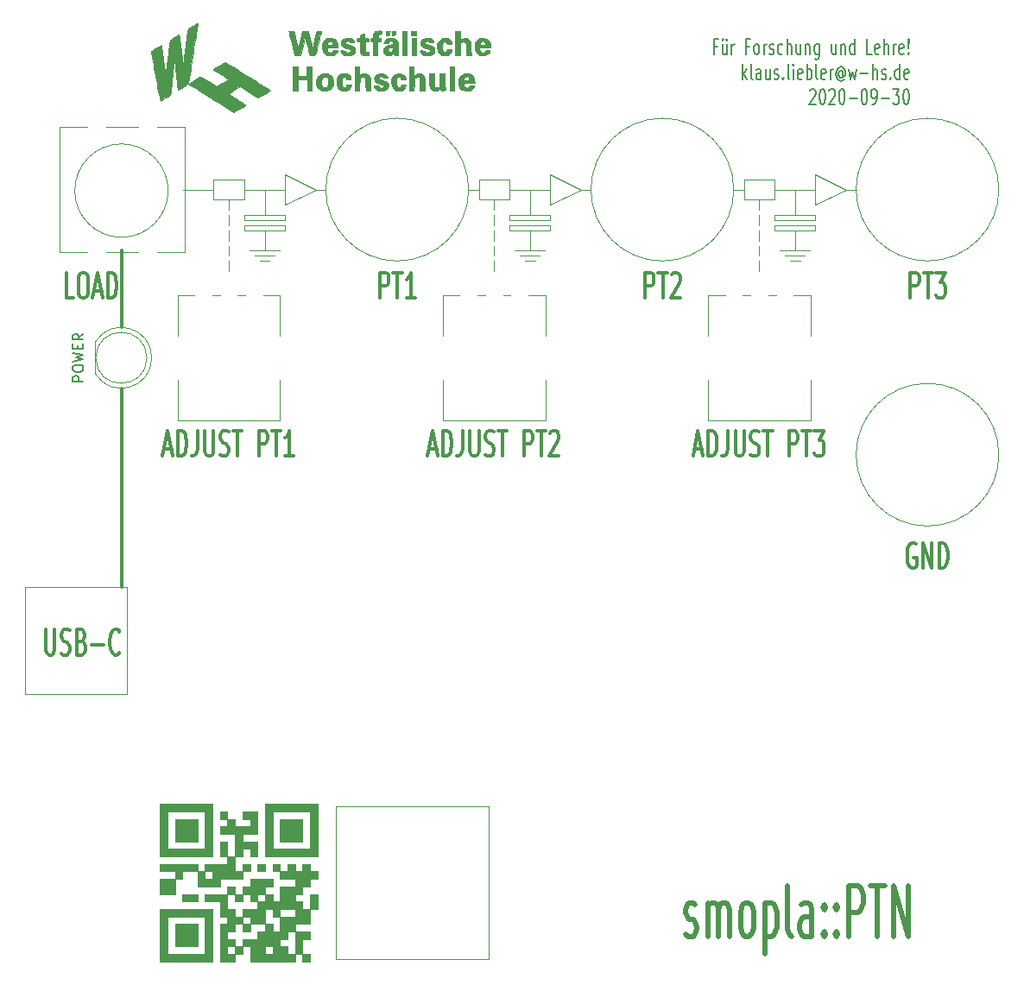
<source format=gbr>
%TF.GenerationSoftware,KiCad,Pcbnew,(5.1.6)-1*%
%TF.CreationDate,2020-10-02T15:44:05+02:00*%
%TF.ProjectId,PTnglieder,50546e67-6c69-4656-9465-722e6b696361,rev?*%
%TF.SameCoordinates,Original*%
%TF.FileFunction,Legend,Top*%
%TF.FilePolarity,Positive*%
%FSLAX46Y46*%
G04 Gerber Fmt 4.6, Leading zero omitted, Abs format (unit mm)*
G04 Created by KiCad (PCBNEW (5.1.6)-1) date 2020-10-02 15:44:05*
%MOMM*%
%LPD*%
G01*
G04 APERTURE LIST*
%ADD10C,0.300000*%
%ADD11C,0.120000*%
%ADD12C,0.200000*%
%ADD13C,0.500000*%
%ADD14C,0.010000*%
%ADD15C,0.150000*%
G04 APERTURE END LIST*
D10*
X60000000Y-89500000D02*
X60000000Y-109000000D01*
X60000000Y-76000000D02*
X60000000Y-83500000D01*
D11*
X96000000Y-130500000D02*
X81000000Y-130500000D01*
X96000000Y-145500000D02*
X96000000Y-130500000D01*
X81000000Y-145500000D02*
X96000000Y-145500000D01*
X81000000Y-130500000D02*
X81000000Y-145500000D01*
X50500000Y-119500000D02*
X50500000Y-109000000D01*
X60500000Y-119500000D02*
X50500000Y-119500000D01*
X60500000Y-109000000D02*
X60500000Y-119500000D01*
X50500000Y-109000000D02*
X60500000Y-109000000D01*
D10*
X52552142Y-113130952D02*
X52552142Y-115154761D01*
X52623571Y-115392857D01*
X52695000Y-115511904D01*
X52837857Y-115630952D01*
X53123571Y-115630952D01*
X53266428Y-115511904D01*
X53337857Y-115392857D01*
X53409285Y-115154761D01*
X53409285Y-113130952D01*
X54052142Y-115511904D02*
X54266428Y-115630952D01*
X54623571Y-115630952D01*
X54766428Y-115511904D01*
X54837857Y-115392857D01*
X54909285Y-115154761D01*
X54909285Y-114916666D01*
X54837857Y-114678571D01*
X54766428Y-114559523D01*
X54623571Y-114440476D01*
X54337857Y-114321428D01*
X54195000Y-114202380D01*
X54123571Y-114083333D01*
X54052142Y-113845238D01*
X54052142Y-113607142D01*
X54123571Y-113369047D01*
X54195000Y-113250000D01*
X54337857Y-113130952D01*
X54695000Y-113130952D01*
X54909285Y-113250000D01*
X56052142Y-114321428D02*
X56266428Y-114440476D01*
X56337857Y-114559523D01*
X56409285Y-114797619D01*
X56409285Y-115154761D01*
X56337857Y-115392857D01*
X56266428Y-115511904D01*
X56123571Y-115630952D01*
X55552142Y-115630952D01*
X55552142Y-113130952D01*
X56052142Y-113130952D01*
X56195000Y-113250000D01*
X56266428Y-113369047D01*
X56337857Y-113607142D01*
X56337857Y-113845238D01*
X56266428Y-114083333D01*
X56195000Y-114202380D01*
X56052142Y-114321428D01*
X55552142Y-114321428D01*
X57052142Y-114678571D02*
X58195000Y-114678571D01*
X59766428Y-115392857D02*
X59695000Y-115511904D01*
X59480714Y-115630952D01*
X59337857Y-115630952D01*
X59123571Y-115511904D01*
X58980714Y-115273809D01*
X58909285Y-115035714D01*
X58837857Y-114559523D01*
X58837857Y-114202380D01*
X58909285Y-113726190D01*
X58980714Y-113488095D01*
X59123571Y-113250000D01*
X59337857Y-113130952D01*
X59480714Y-113130952D01*
X59695000Y-113250000D01*
X59766428Y-113369047D01*
X116142857Y-95416666D02*
X116857142Y-95416666D01*
X116000000Y-96130952D02*
X116500000Y-93630952D01*
X117000000Y-96130952D01*
X117500000Y-96130952D02*
X117500000Y-93630952D01*
X117857142Y-93630952D01*
X118071428Y-93750000D01*
X118214285Y-93988095D01*
X118285714Y-94226190D01*
X118357142Y-94702380D01*
X118357142Y-95059523D01*
X118285714Y-95535714D01*
X118214285Y-95773809D01*
X118071428Y-96011904D01*
X117857142Y-96130952D01*
X117500000Y-96130952D01*
X119428571Y-93630952D02*
X119428571Y-95416666D01*
X119357142Y-95773809D01*
X119214285Y-96011904D01*
X119000000Y-96130952D01*
X118857142Y-96130952D01*
X120142857Y-93630952D02*
X120142857Y-95654761D01*
X120214285Y-95892857D01*
X120285714Y-96011904D01*
X120428571Y-96130952D01*
X120714285Y-96130952D01*
X120857142Y-96011904D01*
X120928571Y-95892857D01*
X121000000Y-95654761D01*
X121000000Y-93630952D01*
X121642857Y-96011904D02*
X121857142Y-96130952D01*
X122214285Y-96130952D01*
X122357142Y-96011904D01*
X122428571Y-95892857D01*
X122500000Y-95654761D01*
X122500000Y-95416666D01*
X122428571Y-95178571D01*
X122357142Y-95059523D01*
X122214285Y-94940476D01*
X121928571Y-94821428D01*
X121785714Y-94702380D01*
X121714285Y-94583333D01*
X121642857Y-94345238D01*
X121642857Y-94107142D01*
X121714285Y-93869047D01*
X121785714Y-93750000D01*
X121928571Y-93630952D01*
X122285714Y-93630952D01*
X122500000Y-93750000D01*
X122928571Y-93630952D02*
X123785714Y-93630952D01*
X123357142Y-96130952D02*
X123357142Y-93630952D01*
X125428571Y-96130952D02*
X125428571Y-93630952D01*
X126000000Y-93630952D01*
X126142857Y-93750000D01*
X126214285Y-93869047D01*
X126285714Y-94107142D01*
X126285714Y-94464285D01*
X126214285Y-94702380D01*
X126142857Y-94821428D01*
X126000000Y-94940476D01*
X125428571Y-94940476D01*
X126714285Y-93630952D02*
X127571428Y-93630952D01*
X127142857Y-96130952D02*
X127142857Y-93630952D01*
X127928571Y-93630952D02*
X128857142Y-93630952D01*
X128357142Y-94583333D01*
X128571428Y-94583333D01*
X128714285Y-94702380D01*
X128785714Y-94821428D01*
X128857142Y-95059523D01*
X128857142Y-95654761D01*
X128785714Y-95892857D01*
X128714285Y-96011904D01*
X128571428Y-96130952D01*
X128142857Y-96130952D01*
X128000000Y-96011904D01*
X127928571Y-95892857D01*
X90142857Y-95416666D02*
X90857142Y-95416666D01*
X90000000Y-96130952D02*
X90500000Y-93630952D01*
X91000000Y-96130952D01*
X91500000Y-96130952D02*
X91500000Y-93630952D01*
X91857142Y-93630952D01*
X92071428Y-93750000D01*
X92214285Y-93988095D01*
X92285714Y-94226190D01*
X92357142Y-94702380D01*
X92357142Y-95059523D01*
X92285714Y-95535714D01*
X92214285Y-95773809D01*
X92071428Y-96011904D01*
X91857142Y-96130952D01*
X91500000Y-96130952D01*
X93428571Y-93630952D02*
X93428571Y-95416666D01*
X93357142Y-95773809D01*
X93214285Y-96011904D01*
X93000000Y-96130952D01*
X92857142Y-96130952D01*
X94142857Y-93630952D02*
X94142857Y-95654761D01*
X94214285Y-95892857D01*
X94285714Y-96011904D01*
X94428571Y-96130952D01*
X94714285Y-96130952D01*
X94857142Y-96011904D01*
X94928571Y-95892857D01*
X95000000Y-95654761D01*
X95000000Y-93630952D01*
X95642857Y-96011904D02*
X95857142Y-96130952D01*
X96214285Y-96130952D01*
X96357142Y-96011904D01*
X96428571Y-95892857D01*
X96500000Y-95654761D01*
X96500000Y-95416666D01*
X96428571Y-95178571D01*
X96357142Y-95059523D01*
X96214285Y-94940476D01*
X95928571Y-94821428D01*
X95785714Y-94702380D01*
X95714285Y-94583333D01*
X95642857Y-94345238D01*
X95642857Y-94107142D01*
X95714285Y-93869047D01*
X95785714Y-93750000D01*
X95928571Y-93630952D01*
X96285714Y-93630952D01*
X96500000Y-93750000D01*
X96928571Y-93630952D02*
X97785714Y-93630952D01*
X97357142Y-96130952D02*
X97357142Y-93630952D01*
X99428571Y-96130952D02*
X99428571Y-93630952D01*
X100000000Y-93630952D01*
X100142857Y-93750000D01*
X100214285Y-93869047D01*
X100285714Y-94107142D01*
X100285714Y-94464285D01*
X100214285Y-94702380D01*
X100142857Y-94821428D01*
X100000000Y-94940476D01*
X99428571Y-94940476D01*
X100714285Y-93630952D02*
X101571428Y-93630952D01*
X101142857Y-96130952D02*
X101142857Y-93630952D01*
X102000000Y-93869047D02*
X102071428Y-93750000D01*
X102214285Y-93630952D01*
X102571428Y-93630952D01*
X102714285Y-93750000D01*
X102785714Y-93869047D01*
X102857142Y-94107142D01*
X102857142Y-94345238D01*
X102785714Y-94702380D01*
X101928571Y-96130952D01*
X102857142Y-96130952D01*
X64142857Y-95416666D02*
X64857142Y-95416666D01*
X64000000Y-96130952D02*
X64500000Y-93630952D01*
X65000000Y-96130952D01*
X65500000Y-96130952D02*
X65500000Y-93630952D01*
X65857142Y-93630952D01*
X66071428Y-93750000D01*
X66214285Y-93988095D01*
X66285714Y-94226190D01*
X66357142Y-94702380D01*
X66357142Y-95059523D01*
X66285714Y-95535714D01*
X66214285Y-95773809D01*
X66071428Y-96011904D01*
X65857142Y-96130952D01*
X65500000Y-96130952D01*
X67428571Y-93630952D02*
X67428571Y-95416666D01*
X67357142Y-95773809D01*
X67214285Y-96011904D01*
X67000000Y-96130952D01*
X66857142Y-96130952D01*
X68142857Y-93630952D02*
X68142857Y-95654761D01*
X68214285Y-95892857D01*
X68285714Y-96011904D01*
X68428571Y-96130952D01*
X68714285Y-96130952D01*
X68857142Y-96011904D01*
X68928571Y-95892857D01*
X69000000Y-95654761D01*
X69000000Y-93630952D01*
X69642857Y-96011904D02*
X69857142Y-96130952D01*
X70214285Y-96130952D01*
X70357142Y-96011904D01*
X70428571Y-95892857D01*
X70500000Y-95654761D01*
X70500000Y-95416666D01*
X70428571Y-95178571D01*
X70357142Y-95059523D01*
X70214285Y-94940476D01*
X69928571Y-94821428D01*
X69785714Y-94702380D01*
X69714285Y-94583333D01*
X69642857Y-94345238D01*
X69642857Y-94107142D01*
X69714285Y-93869047D01*
X69785714Y-93750000D01*
X69928571Y-93630952D01*
X70285714Y-93630952D01*
X70500000Y-93750000D01*
X70928571Y-93630952D02*
X71785714Y-93630952D01*
X71357142Y-96130952D02*
X71357142Y-93630952D01*
X73428571Y-96130952D02*
X73428571Y-93630952D01*
X74000000Y-93630952D01*
X74142857Y-93750000D01*
X74214285Y-93869047D01*
X74285714Y-94107142D01*
X74285714Y-94464285D01*
X74214285Y-94702380D01*
X74142857Y-94821428D01*
X74000000Y-94940476D01*
X73428571Y-94940476D01*
X74714285Y-93630952D02*
X75571428Y-93630952D01*
X75142857Y-96130952D02*
X75142857Y-93630952D01*
X76857142Y-96130952D02*
X76000000Y-96130952D01*
X76428571Y-96130952D02*
X76428571Y-93630952D01*
X76285714Y-93988095D01*
X76142857Y-94226190D01*
X76000000Y-94345238D01*
D11*
X73000000Y-76500000D02*
X75000000Y-76500000D01*
X69000000Y-71000000D02*
X69000000Y-69000000D01*
X70500000Y-75000000D02*
X70500000Y-74000000D01*
X76000000Y-68500000D02*
X79000000Y-70000000D01*
X76000000Y-74000000D02*
X72000000Y-74000000D01*
X72000000Y-69000000D02*
X72000000Y-71000000D01*
X72000000Y-72500000D02*
X73000000Y-72500000D01*
X70500000Y-72000000D02*
X70500000Y-71000000D01*
X73500000Y-77000000D02*
X74500000Y-77000000D01*
X79000000Y-70000000D02*
X76000000Y-71500000D01*
X72000000Y-73000000D02*
X72000000Y-72500000D01*
X74000000Y-70000000D02*
X74000000Y-72500000D01*
X70500000Y-73500000D02*
X70500000Y-72500000D01*
X72500000Y-76000000D02*
X75500000Y-76000000D01*
X76000000Y-73000000D02*
X72000000Y-73000000D01*
X74000000Y-74000000D02*
X74000000Y-76000000D01*
X72000000Y-70000000D02*
X76000000Y-70000000D01*
X76000000Y-71500000D02*
X76000000Y-68500000D01*
X72000000Y-74000000D02*
X72000000Y-73500000D01*
X76000000Y-73500000D02*
X76000000Y-74000000D01*
X72000000Y-71000000D02*
X69000000Y-71000000D01*
X79000000Y-70000000D02*
X80000000Y-70000000D01*
X70500000Y-76500000D02*
X70500000Y-75500000D01*
X72000000Y-73500000D02*
X76000000Y-73500000D01*
X76000000Y-72500000D02*
X76000000Y-73000000D01*
X73000000Y-72500000D02*
X76000000Y-72500000D01*
X69000000Y-69000000D02*
X72000000Y-69000000D01*
X70500000Y-78000000D02*
X70500000Y-77000000D01*
X66000000Y-70000000D02*
X69000000Y-70000000D01*
X95000000Y-71000000D02*
X95000000Y-69000000D01*
X99000000Y-76500000D02*
X101000000Y-76500000D01*
X96500000Y-78000000D02*
X96500000Y-77000000D01*
X98000000Y-73000000D02*
X98000000Y-72500000D01*
X95000000Y-69000000D02*
X98000000Y-69000000D01*
X100000000Y-70000000D02*
X100000000Y-72500000D01*
X96500000Y-73500000D02*
X96500000Y-72500000D01*
X94000000Y-70000000D02*
X95000000Y-70000000D01*
X98500000Y-76000000D02*
X101500000Y-76000000D01*
X102000000Y-74000000D02*
X98000000Y-74000000D01*
X96500000Y-72000000D02*
X96500000Y-71000000D01*
X96500000Y-75000000D02*
X96500000Y-74000000D01*
X105000000Y-70000000D02*
X106000000Y-70000000D01*
X99500000Y-77000000D02*
X100500000Y-77000000D01*
X98000000Y-73500000D02*
X102000000Y-73500000D01*
X102000000Y-72500000D02*
X102000000Y-73000000D01*
X105000000Y-70000000D02*
X102000000Y-71500000D01*
X102000000Y-73000000D02*
X98000000Y-73000000D01*
X100000000Y-74000000D02*
X100000000Y-76000000D01*
X102000000Y-71500000D02*
X102000000Y-68500000D01*
X99000000Y-72500000D02*
X102000000Y-72500000D01*
X96500000Y-76500000D02*
X96500000Y-75500000D01*
X98000000Y-70000000D02*
X102000000Y-70000000D01*
X98000000Y-74000000D02*
X98000000Y-73500000D01*
X102000000Y-73500000D02*
X102000000Y-74000000D01*
X98000000Y-71000000D02*
X95000000Y-71000000D01*
X98000000Y-69000000D02*
X98000000Y-71000000D01*
X102000000Y-68500000D02*
X105000000Y-70000000D01*
X98000000Y-72500000D02*
X99000000Y-72500000D01*
X124000000Y-69000000D02*
X124000000Y-71000000D01*
X128000000Y-68500000D02*
X131000000Y-70000000D01*
X124000000Y-71000000D02*
X121000000Y-71000000D01*
X124000000Y-72500000D02*
X125000000Y-72500000D01*
X124500000Y-76000000D02*
X127500000Y-76000000D01*
X122500000Y-72000000D02*
X122500000Y-71000000D01*
X122500000Y-75000000D02*
X122500000Y-74000000D01*
X131000000Y-70000000D02*
X132000000Y-70000000D01*
X125500000Y-77000000D02*
X126500000Y-77000000D01*
X124000000Y-73500000D02*
X128000000Y-73500000D01*
X122500000Y-76500000D02*
X122500000Y-75500000D01*
X121000000Y-71000000D02*
X121000000Y-69000000D01*
X131000000Y-70000000D02*
X128000000Y-71500000D01*
X125000000Y-76500000D02*
X127000000Y-76500000D01*
X122500000Y-73500000D02*
X122500000Y-72500000D01*
X122500000Y-78000000D02*
X122500000Y-77000000D01*
X128000000Y-74000000D02*
X124000000Y-74000000D01*
X126000000Y-74000000D02*
X126000000Y-76000000D01*
X128000000Y-71500000D02*
X128000000Y-68500000D01*
X128000000Y-73000000D02*
X124000000Y-73000000D01*
X125000000Y-72500000D02*
X128000000Y-72500000D01*
X120000000Y-70000000D02*
X121000000Y-70000000D01*
X126000000Y-70000000D02*
X126000000Y-72500000D01*
X121000000Y-69000000D02*
X124000000Y-69000000D01*
X124000000Y-73000000D02*
X124000000Y-72500000D01*
X128000000Y-72500000D02*
X128000000Y-73000000D01*
X128000000Y-73500000D02*
X128000000Y-74000000D01*
X124000000Y-74000000D02*
X124000000Y-73500000D01*
X124000000Y-70000000D02*
X128000000Y-70000000D01*
D12*
X118369999Y-55942857D02*
X118036666Y-55942857D01*
X118036666Y-56728571D02*
X118036666Y-55228571D01*
X118512857Y-55228571D01*
X119322380Y-55728571D02*
X119322380Y-56728571D01*
X118893809Y-55728571D02*
X118893809Y-56514285D01*
X118941428Y-56657142D01*
X119036666Y-56728571D01*
X119179523Y-56728571D01*
X119274761Y-56657142D01*
X119322380Y-56585714D01*
X118941428Y-55228571D02*
X118989047Y-55300000D01*
X118941428Y-55371428D01*
X118893809Y-55300000D01*
X118941428Y-55228571D01*
X118941428Y-55371428D01*
X119322380Y-55228571D02*
X119369999Y-55300000D01*
X119322380Y-55371428D01*
X119274761Y-55300000D01*
X119322380Y-55228571D01*
X119322380Y-55371428D01*
X119798571Y-56728571D02*
X119798571Y-55728571D01*
X119798571Y-56014285D02*
X119846190Y-55871428D01*
X119893809Y-55800000D01*
X119989047Y-55728571D01*
X120084285Y-55728571D01*
X121512857Y-55942857D02*
X121179523Y-55942857D01*
X121179523Y-56728571D02*
X121179523Y-55228571D01*
X121655714Y-55228571D01*
X122179523Y-56728571D02*
X122084285Y-56657142D01*
X122036666Y-56585714D01*
X121989047Y-56442857D01*
X121989047Y-56014285D01*
X122036666Y-55871428D01*
X122084285Y-55800000D01*
X122179523Y-55728571D01*
X122322380Y-55728571D01*
X122417619Y-55800000D01*
X122465238Y-55871428D01*
X122512857Y-56014285D01*
X122512857Y-56442857D01*
X122465238Y-56585714D01*
X122417619Y-56657142D01*
X122322380Y-56728571D01*
X122179523Y-56728571D01*
X122941428Y-56728571D02*
X122941428Y-55728571D01*
X122941428Y-56014285D02*
X122989047Y-55871428D01*
X123036666Y-55800000D01*
X123131904Y-55728571D01*
X123227142Y-55728571D01*
X123512857Y-56657142D02*
X123608095Y-56728571D01*
X123798571Y-56728571D01*
X123893809Y-56657142D01*
X123941428Y-56514285D01*
X123941428Y-56442857D01*
X123893809Y-56300000D01*
X123798571Y-56228571D01*
X123655714Y-56228571D01*
X123560476Y-56157142D01*
X123512857Y-56014285D01*
X123512857Y-55942857D01*
X123560476Y-55800000D01*
X123655714Y-55728571D01*
X123798571Y-55728571D01*
X123893809Y-55800000D01*
X124798571Y-56657142D02*
X124703333Y-56728571D01*
X124512857Y-56728571D01*
X124417619Y-56657142D01*
X124369999Y-56585714D01*
X124322380Y-56442857D01*
X124322380Y-56014285D01*
X124369999Y-55871428D01*
X124417619Y-55800000D01*
X124512857Y-55728571D01*
X124703333Y-55728571D01*
X124798571Y-55800000D01*
X125227142Y-56728571D02*
X125227142Y-55228571D01*
X125655714Y-56728571D02*
X125655714Y-55942857D01*
X125608095Y-55800000D01*
X125512857Y-55728571D01*
X125369999Y-55728571D01*
X125274761Y-55800000D01*
X125227142Y-55871428D01*
X126560476Y-55728571D02*
X126560476Y-56728571D01*
X126131904Y-55728571D02*
X126131904Y-56514285D01*
X126179523Y-56657142D01*
X126274761Y-56728571D01*
X126417619Y-56728571D01*
X126512857Y-56657142D01*
X126560476Y-56585714D01*
X127036666Y-55728571D02*
X127036666Y-56728571D01*
X127036666Y-55871428D02*
X127084285Y-55800000D01*
X127179523Y-55728571D01*
X127322380Y-55728571D01*
X127417619Y-55800000D01*
X127465238Y-55942857D01*
X127465238Y-56728571D01*
X128369999Y-55728571D02*
X128369999Y-56942857D01*
X128322380Y-57085714D01*
X128274761Y-57157142D01*
X128179523Y-57228571D01*
X128036666Y-57228571D01*
X127941428Y-57157142D01*
X128369999Y-56657142D02*
X128274761Y-56728571D01*
X128084285Y-56728571D01*
X127989047Y-56657142D01*
X127941428Y-56585714D01*
X127893809Y-56442857D01*
X127893809Y-56014285D01*
X127941428Y-55871428D01*
X127989047Y-55800000D01*
X128084285Y-55728571D01*
X128274761Y-55728571D01*
X128369999Y-55800000D01*
X130036666Y-55728571D02*
X130036666Y-56728571D01*
X129608095Y-55728571D02*
X129608095Y-56514285D01*
X129655714Y-56657142D01*
X129750952Y-56728571D01*
X129893809Y-56728571D01*
X129989047Y-56657142D01*
X130036666Y-56585714D01*
X130512857Y-55728571D02*
X130512857Y-56728571D01*
X130512857Y-55871428D02*
X130560476Y-55800000D01*
X130655714Y-55728571D01*
X130798571Y-55728571D01*
X130893809Y-55800000D01*
X130941428Y-55942857D01*
X130941428Y-56728571D01*
X131846190Y-56728571D02*
X131846190Y-55228571D01*
X131846190Y-56657142D02*
X131750952Y-56728571D01*
X131560476Y-56728571D01*
X131465238Y-56657142D01*
X131417619Y-56585714D01*
X131369999Y-56442857D01*
X131369999Y-56014285D01*
X131417619Y-55871428D01*
X131465238Y-55800000D01*
X131560476Y-55728571D01*
X131750952Y-55728571D01*
X131846190Y-55800000D01*
X133560476Y-56728571D02*
X133084285Y-56728571D01*
X133084285Y-55228571D01*
X134274761Y-56657142D02*
X134179523Y-56728571D01*
X133989047Y-56728571D01*
X133893809Y-56657142D01*
X133846190Y-56514285D01*
X133846190Y-55942857D01*
X133893809Y-55800000D01*
X133989047Y-55728571D01*
X134179523Y-55728571D01*
X134274761Y-55800000D01*
X134322380Y-55942857D01*
X134322380Y-56085714D01*
X133846190Y-56228571D01*
X134750952Y-56728571D02*
X134750952Y-55228571D01*
X135179523Y-56728571D02*
X135179523Y-55942857D01*
X135131904Y-55800000D01*
X135036666Y-55728571D01*
X134893809Y-55728571D01*
X134798571Y-55800000D01*
X134750952Y-55871428D01*
X135655714Y-56728571D02*
X135655714Y-55728571D01*
X135655714Y-56014285D02*
X135703333Y-55871428D01*
X135750952Y-55800000D01*
X135846190Y-55728571D01*
X135941428Y-55728571D01*
X136655714Y-56657142D02*
X136560476Y-56728571D01*
X136370000Y-56728571D01*
X136274761Y-56657142D01*
X136227142Y-56514285D01*
X136227142Y-55942857D01*
X136274761Y-55800000D01*
X136370000Y-55728571D01*
X136560476Y-55728571D01*
X136655714Y-55800000D01*
X136703333Y-55942857D01*
X136703333Y-56085714D01*
X136227142Y-56228571D01*
X137131904Y-56585714D02*
X137179523Y-56657142D01*
X137131904Y-56728571D01*
X137084285Y-56657142D01*
X137131904Y-56585714D01*
X137131904Y-56728571D01*
X137131904Y-56157142D02*
X137084285Y-55300000D01*
X137131904Y-55228571D01*
X137179523Y-55300000D01*
X137131904Y-56157142D01*
X137131904Y-55228571D01*
X120893809Y-59178571D02*
X120893809Y-57678571D01*
X120989047Y-58607142D02*
X121274761Y-59178571D01*
X121274761Y-58178571D02*
X120893809Y-58750000D01*
X121846190Y-59178571D02*
X121750952Y-59107142D01*
X121703333Y-58964285D01*
X121703333Y-57678571D01*
X122655714Y-59178571D02*
X122655714Y-58392857D01*
X122608095Y-58250000D01*
X122512857Y-58178571D01*
X122322380Y-58178571D01*
X122227142Y-58250000D01*
X122655714Y-59107142D02*
X122560476Y-59178571D01*
X122322380Y-59178571D01*
X122227142Y-59107142D01*
X122179523Y-58964285D01*
X122179523Y-58821428D01*
X122227142Y-58678571D01*
X122322380Y-58607142D01*
X122560476Y-58607142D01*
X122655714Y-58535714D01*
X123560476Y-58178571D02*
X123560476Y-59178571D01*
X123131904Y-58178571D02*
X123131904Y-58964285D01*
X123179523Y-59107142D01*
X123274761Y-59178571D01*
X123417619Y-59178571D01*
X123512857Y-59107142D01*
X123560476Y-59035714D01*
X123989047Y-59107142D02*
X124084285Y-59178571D01*
X124274761Y-59178571D01*
X124370000Y-59107142D01*
X124417619Y-58964285D01*
X124417619Y-58892857D01*
X124370000Y-58750000D01*
X124274761Y-58678571D01*
X124131904Y-58678571D01*
X124036666Y-58607142D01*
X123989047Y-58464285D01*
X123989047Y-58392857D01*
X124036666Y-58250000D01*
X124131904Y-58178571D01*
X124274761Y-58178571D01*
X124370000Y-58250000D01*
X124846190Y-59035714D02*
X124893809Y-59107142D01*
X124846190Y-59178571D01*
X124798571Y-59107142D01*
X124846190Y-59035714D01*
X124846190Y-59178571D01*
X125465238Y-59178571D02*
X125370000Y-59107142D01*
X125322380Y-58964285D01*
X125322380Y-57678571D01*
X125846190Y-59178571D02*
X125846190Y-58178571D01*
X125846190Y-57678571D02*
X125798571Y-57750000D01*
X125846190Y-57821428D01*
X125893809Y-57750000D01*
X125846190Y-57678571D01*
X125846190Y-57821428D01*
X126703333Y-59107142D02*
X126608095Y-59178571D01*
X126417619Y-59178571D01*
X126322380Y-59107142D01*
X126274761Y-58964285D01*
X126274761Y-58392857D01*
X126322380Y-58250000D01*
X126417619Y-58178571D01*
X126608095Y-58178571D01*
X126703333Y-58250000D01*
X126750952Y-58392857D01*
X126750952Y-58535714D01*
X126274761Y-58678571D01*
X127179523Y-59178571D02*
X127179523Y-57678571D01*
X127179523Y-58250000D02*
X127274761Y-58178571D01*
X127465238Y-58178571D01*
X127560476Y-58250000D01*
X127608095Y-58321428D01*
X127655714Y-58464285D01*
X127655714Y-58892857D01*
X127608095Y-59035714D01*
X127560476Y-59107142D01*
X127465238Y-59178571D01*
X127274761Y-59178571D01*
X127179523Y-59107142D01*
X128227142Y-59178571D02*
X128131904Y-59107142D01*
X128084285Y-58964285D01*
X128084285Y-57678571D01*
X128989047Y-59107142D02*
X128893809Y-59178571D01*
X128703333Y-59178571D01*
X128608095Y-59107142D01*
X128560476Y-58964285D01*
X128560476Y-58392857D01*
X128608095Y-58250000D01*
X128703333Y-58178571D01*
X128893809Y-58178571D01*
X128989047Y-58250000D01*
X129036666Y-58392857D01*
X129036666Y-58535714D01*
X128560476Y-58678571D01*
X129465238Y-59178571D02*
X129465238Y-58178571D01*
X129465238Y-58464285D02*
X129512857Y-58321428D01*
X129560476Y-58250000D01*
X129655714Y-58178571D01*
X129750952Y-58178571D01*
X130703333Y-58464285D02*
X130655714Y-58392857D01*
X130560476Y-58321428D01*
X130465238Y-58321428D01*
X130370000Y-58392857D01*
X130322380Y-58464285D01*
X130274761Y-58607142D01*
X130274761Y-58750000D01*
X130322380Y-58892857D01*
X130370000Y-58964285D01*
X130465238Y-59035714D01*
X130560476Y-59035714D01*
X130655714Y-58964285D01*
X130703333Y-58892857D01*
X130703333Y-58321428D02*
X130703333Y-58892857D01*
X130750952Y-58964285D01*
X130798571Y-58964285D01*
X130893809Y-58892857D01*
X130941428Y-58750000D01*
X130941428Y-58392857D01*
X130846190Y-58178571D01*
X130703333Y-58035714D01*
X130512857Y-57964285D01*
X130322380Y-58035714D01*
X130179523Y-58178571D01*
X130084285Y-58392857D01*
X130036666Y-58678571D01*
X130084285Y-58964285D01*
X130179523Y-59178571D01*
X130322380Y-59321428D01*
X130512857Y-59392857D01*
X130703333Y-59321428D01*
X130846190Y-59178571D01*
X131274761Y-58178571D02*
X131465238Y-59178571D01*
X131655714Y-58464285D01*
X131846190Y-59178571D01*
X132036666Y-58178571D01*
X132417619Y-58607142D02*
X133179523Y-58607142D01*
X133655714Y-59178571D02*
X133655714Y-57678571D01*
X134084285Y-59178571D02*
X134084285Y-58392857D01*
X134036666Y-58250000D01*
X133941428Y-58178571D01*
X133798571Y-58178571D01*
X133703333Y-58250000D01*
X133655714Y-58321428D01*
X134512857Y-59107142D02*
X134608095Y-59178571D01*
X134798571Y-59178571D01*
X134893809Y-59107142D01*
X134941428Y-58964285D01*
X134941428Y-58892857D01*
X134893809Y-58750000D01*
X134798571Y-58678571D01*
X134655714Y-58678571D01*
X134560476Y-58607142D01*
X134512857Y-58464285D01*
X134512857Y-58392857D01*
X134560476Y-58250000D01*
X134655714Y-58178571D01*
X134798571Y-58178571D01*
X134893809Y-58250000D01*
X135370000Y-59035714D02*
X135417619Y-59107142D01*
X135370000Y-59178571D01*
X135322380Y-59107142D01*
X135370000Y-59035714D01*
X135370000Y-59178571D01*
X136274761Y-59178571D02*
X136274761Y-57678571D01*
X136274761Y-59107142D02*
X136179523Y-59178571D01*
X135989047Y-59178571D01*
X135893809Y-59107142D01*
X135846190Y-59035714D01*
X135798571Y-58892857D01*
X135798571Y-58464285D01*
X135846190Y-58321428D01*
X135893809Y-58250000D01*
X135989047Y-58178571D01*
X136179523Y-58178571D01*
X136274761Y-58250000D01*
X137131904Y-59107142D02*
X137036666Y-59178571D01*
X136846190Y-59178571D01*
X136750952Y-59107142D01*
X136703333Y-58964285D01*
X136703333Y-58392857D01*
X136750952Y-58250000D01*
X136846190Y-58178571D01*
X137036666Y-58178571D01*
X137131904Y-58250000D01*
X137179523Y-58392857D01*
X137179523Y-58535714D01*
X136703333Y-58678571D01*
X127465238Y-60271428D02*
X127512857Y-60200000D01*
X127608095Y-60128571D01*
X127846190Y-60128571D01*
X127941428Y-60200000D01*
X127989047Y-60271428D01*
X128036666Y-60414285D01*
X128036666Y-60557142D01*
X127989047Y-60771428D01*
X127417619Y-61628571D01*
X128036666Y-61628571D01*
X128655714Y-60128571D02*
X128750952Y-60128571D01*
X128846190Y-60200000D01*
X128893809Y-60271428D01*
X128941428Y-60414285D01*
X128989047Y-60700000D01*
X128989047Y-61057142D01*
X128941428Y-61342857D01*
X128893809Y-61485714D01*
X128846190Y-61557142D01*
X128750952Y-61628571D01*
X128655714Y-61628571D01*
X128560476Y-61557142D01*
X128512857Y-61485714D01*
X128465238Y-61342857D01*
X128417619Y-61057142D01*
X128417619Y-60700000D01*
X128465238Y-60414285D01*
X128512857Y-60271428D01*
X128560476Y-60200000D01*
X128655714Y-60128571D01*
X129370000Y-60271428D02*
X129417619Y-60200000D01*
X129512857Y-60128571D01*
X129750952Y-60128571D01*
X129846190Y-60200000D01*
X129893809Y-60271428D01*
X129941428Y-60414285D01*
X129941428Y-60557142D01*
X129893809Y-60771428D01*
X129322380Y-61628571D01*
X129941428Y-61628571D01*
X130560476Y-60128571D02*
X130655714Y-60128571D01*
X130750952Y-60200000D01*
X130798571Y-60271428D01*
X130846190Y-60414285D01*
X130893809Y-60700000D01*
X130893809Y-61057142D01*
X130846190Y-61342857D01*
X130798571Y-61485714D01*
X130750952Y-61557142D01*
X130655714Y-61628571D01*
X130560476Y-61628571D01*
X130465238Y-61557142D01*
X130417619Y-61485714D01*
X130370000Y-61342857D01*
X130322380Y-61057142D01*
X130322380Y-60700000D01*
X130370000Y-60414285D01*
X130417619Y-60271428D01*
X130465238Y-60200000D01*
X130560476Y-60128571D01*
X131322380Y-61057142D02*
X132084285Y-61057142D01*
X132750952Y-60128571D02*
X132846190Y-60128571D01*
X132941428Y-60200000D01*
X132989047Y-60271428D01*
X133036666Y-60414285D01*
X133084285Y-60700000D01*
X133084285Y-61057142D01*
X133036666Y-61342857D01*
X132989047Y-61485714D01*
X132941428Y-61557142D01*
X132846190Y-61628571D01*
X132750952Y-61628571D01*
X132655714Y-61557142D01*
X132608095Y-61485714D01*
X132560476Y-61342857D01*
X132512857Y-61057142D01*
X132512857Y-60700000D01*
X132560476Y-60414285D01*
X132608095Y-60271428D01*
X132655714Y-60200000D01*
X132750952Y-60128571D01*
X133560476Y-61628571D02*
X133750952Y-61628571D01*
X133846190Y-61557142D01*
X133893809Y-61485714D01*
X133989047Y-61271428D01*
X134036666Y-60985714D01*
X134036666Y-60414285D01*
X133989047Y-60271428D01*
X133941428Y-60200000D01*
X133846190Y-60128571D01*
X133655714Y-60128571D01*
X133560476Y-60200000D01*
X133512857Y-60271428D01*
X133465238Y-60414285D01*
X133465238Y-60771428D01*
X133512857Y-60914285D01*
X133560476Y-60985714D01*
X133655714Y-61057142D01*
X133846190Y-61057142D01*
X133941428Y-60985714D01*
X133989047Y-60914285D01*
X134036666Y-60771428D01*
X134465238Y-61057142D02*
X135227142Y-61057142D01*
X135608095Y-60128571D02*
X136227142Y-60128571D01*
X135893809Y-60700000D01*
X136036666Y-60700000D01*
X136131904Y-60771428D01*
X136179523Y-60842857D01*
X136227142Y-60985714D01*
X136227142Y-61342857D01*
X136179523Y-61485714D01*
X136131904Y-61557142D01*
X136036666Y-61628571D01*
X135750952Y-61628571D01*
X135655714Y-61557142D01*
X135608095Y-61485714D01*
X136846190Y-60128571D02*
X136941428Y-60128571D01*
X137036666Y-60200000D01*
X137084285Y-60271428D01*
X137131904Y-60414285D01*
X137179523Y-60700000D01*
X137179523Y-61057142D01*
X137131904Y-61342857D01*
X137084285Y-61485714D01*
X137036666Y-61557142D01*
X136941428Y-61628571D01*
X136846190Y-61628571D01*
X136750952Y-61557142D01*
X136703333Y-61485714D01*
X136655714Y-61342857D01*
X136608095Y-61057142D01*
X136608095Y-60700000D01*
X136655714Y-60414285D01*
X136703333Y-60271428D01*
X136750952Y-60200000D01*
X136846190Y-60128571D01*
D13*
X115294047Y-143023809D02*
X115532142Y-143261904D01*
X116008333Y-143261904D01*
X116246428Y-143023809D01*
X116365476Y-142547619D01*
X116365476Y-142309523D01*
X116246428Y-141833333D01*
X116008333Y-141595238D01*
X115651190Y-141595238D01*
X115413095Y-141357142D01*
X115294047Y-140880952D01*
X115294047Y-140642857D01*
X115413095Y-140166666D01*
X115651190Y-139928571D01*
X116008333Y-139928571D01*
X116246428Y-140166666D01*
X117436904Y-143261904D02*
X117436904Y-139928571D01*
X117436904Y-140404761D02*
X117555952Y-140166666D01*
X117794047Y-139928571D01*
X118151190Y-139928571D01*
X118389285Y-140166666D01*
X118508333Y-140642857D01*
X118508333Y-143261904D01*
X118508333Y-140642857D02*
X118627380Y-140166666D01*
X118865476Y-139928571D01*
X119222619Y-139928571D01*
X119460714Y-140166666D01*
X119579761Y-140642857D01*
X119579761Y-143261904D01*
X121127380Y-143261904D02*
X120889285Y-143023809D01*
X120770238Y-142785714D01*
X120651190Y-142309523D01*
X120651190Y-140880952D01*
X120770238Y-140404761D01*
X120889285Y-140166666D01*
X121127380Y-139928571D01*
X121484523Y-139928571D01*
X121722619Y-140166666D01*
X121841666Y-140404761D01*
X121960714Y-140880952D01*
X121960714Y-142309523D01*
X121841666Y-142785714D01*
X121722619Y-143023809D01*
X121484523Y-143261904D01*
X121127380Y-143261904D01*
X123032142Y-139928571D02*
X123032142Y-144928571D01*
X123032142Y-140166666D02*
X123270238Y-139928571D01*
X123746428Y-139928571D01*
X123984523Y-140166666D01*
X124103571Y-140404761D01*
X124222619Y-140880952D01*
X124222619Y-142309523D01*
X124103571Y-142785714D01*
X123984523Y-143023809D01*
X123746428Y-143261904D01*
X123270238Y-143261904D01*
X123032142Y-143023809D01*
X125651190Y-143261904D02*
X125413095Y-143023809D01*
X125294047Y-142547619D01*
X125294047Y-138261904D01*
X127675000Y-143261904D02*
X127675000Y-140642857D01*
X127555952Y-140166666D01*
X127317857Y-139928571D01*
X126841666Y-139928571D01*
X126603571Y-140166666D01*
X127675000Y-143023809D02*
X127436904Y-143261904D01*
X126841666Y-143261904D01*
X126603571Y-143023809D01*
X126484523Y-142547619D01*
X126484523Y-142071428D01*
X126603571Y-141595238D01*
X126841666Y-141357142D01*
X127436904Y-141357142D01*
X127675000Y-141119047D01*
X128865476Y-142785714D02*
X128984523Y-143023809D01*
X128865476Y-143261904D01*
X128746428Y-143023809D01*
X128865476Y-142785714D01*
X128865476Y-143261904D01*
X128865476Y-140166666D02*
X128984523Y-140404761D01*
X128865476Y-140642857D01*
X128746428Y-140404761D01*
X128865476Y-140166666D01*
X128865476Y-140642857D01*
X130055952Y-142785714D02*
X130175000Y-143023809D01*
X130055952Y-143261904D01*
X129936904Y-143023809D01*
X130055952Y-142785714D01*
X130055952Y-143261904D01*
X130055952Y-140166666D02*
X130175000Y-140404761D01*
X130055952Y-140642857D01*
X129936904Y-140404761D01*
X130055952Y-140166666D01*
X130055952Y-140642857D01*
X131246428Y-143261904D02*
X131246428Y-138261904D01*
X132198809Y-138261904D01*
X132436904Y-138500000D01*
X132555952Y-138738095D01*
X132675000Y-139214285D01*
X132675000Y-139928571D01*
X132555952Y-140404761D01*
X132436904Y-140642857D01*
X132198809Y-140880952D01*
X131246428Y-140880952D01*
X133389285Y-138261904D02*
X134817857Y-138261904D01*
X134103571Y-143261904D02*
X134103571Y-138261904D01*
X135651190Y-143261904D02*
X135651190Y-138261904D01*
X137079761Y-143261904D01*
X137079761Y-138261904D01*
D11*
%TO.C,D1*%
X57384000Y-84955000D02*
X57384000Y-88045000D01*
X62444000Y-86500000D02*
G75*
G03*
X62444000Y-86500000I-2500000J0D01*
G01*
X62934000Y-86499538D02*
G75*
G02*
X57384000Y-88044830I-2990000J-462D01*
G01*
X62934000Y-86500462D02*
G75*
G03*
X57384000Y-84955170I-2990000J462D01*
G01*
%TO.C,J4*%
X146000000Y-96000000D02*
G75*
G03*
X146000000Y-96000000I-7000000J0D01*
G01*
%TO.C,J3*%
X146000000Y-70000000D02*
G75*
G03*
X146000000Y-70000000I-7000000J0D01*
G01*
%TO.C,J2*%
X120000000Y-70000000D02*
G75*
G03*
X120000000Y-70000000I-7000000J0D01*
G01*
%TO.C,J1*%
X94000000Y-70000000D02*
G75*
G03*
X94000000Y-70000000I-7000000J0D01*
G01*
%TO.C,RV3*%
X127521000Y-80380000D02*
X127521000Y-84317000D01*
X127521000Y-88684000D02*
X127521000Y-92620000D01*
X117480000Y-80380000D02*
X117480000Y-84317000D01*
X117480000Y-88684000D02*
X117480000Y-92620000D01*
X127521000Y-80380000D02*
X125871000Y-80380000D01*
X124129000Y-80380000D02*
X123370000Y-80380000D01*
X121629000Y-80380000D02*
X120870000Y-80380000D01*
X119130000Y-80380000D02*
X117480000Y-80380000D01*
X127521000Y-92620000D02*
X117480000Y-92620000D01*
%TO.C,SW1*%
X66150000Y-63850000D02*
X66150000Y-76150000D01*
X61570000Y-76150000D02*
X58430000Y-76150000D01*
X53850000Y-76150000D02*
X53850000Y-63850000D01*
X63430000Y-63850000D02*
X66150000Y-63850000D01*
X64539050Y-70100000D02*
G75*
G03*
X64539050Y-70100000I-4579050J0D01*
G01*
X53850000Y-63850000D02*
X56570000Y-63850000D01*
X58430000Y-63850000D02*
X61570000Y-63850000D01*
X56570000Y-76150000D02*
X53850000Y-76150000D01*
X66150000Y-76150000D02*
X63430000Y-76150000D01*
%TO.C,RV2*%
X101521000Y-80380000D02*
X101521000Y-84317000D01*
X101521000Y-88684000D02*
X101521000Y-92620000D01*
X91480000Y-80380000D02*
X91480000Y-84317000D01*
X91480000Y-88684000D02*
X91480000Y-92620000D01*
X101521000Y-80380000D02*
X99871000Y-80380000D01*
X98129000Y-80380000D02*
X97370000Y-80380000D01*
X95629000Y-80380000D02*
X94870000Y-80380000D01*
X93130000Y-80380000D02*
X91480000Y-80380000D01*
X101521000Y-92620000D02*
X91480000Y-92620000D01*
%TO.C,RV1*%
X75521000Y-80380000D02*
X75521000Y-84317000D01*
X75521000Y-88684000D02*
X75521000Y-92620000D01*
X65480000Y-80380000D02*
X65480000Y-84317000D01*
X65480000Y-88684000D02*
X65480000Y-92620000D01*
X75521000Y-80380000D02*
X73871000Y-80380000D01*
X72129000Y-80380000D02*
X71370000Y-80380000D01*
X69629000Y-80380000D02*
X68870000Y-80380000D01*
X67130000Y-80380000D02*
X65480000Y-80380000D01*
X75521000Y-92620000D02*
X65480000Y-92620000D01*
D14*
%TO.C,ARTWORK3*%
G36*
X70154507Y-57513780D02*
G01*
X70256504Y-57575985D01*
X70415138Y-57673912D01*
X70622910Y-57802861D01*
X70872318Y-57958129D01*
X71155862Y-58135015D01*
X71466043Y-58328817D01*
X71795358Y-58534832D01*
X72136308Y-58748359D01*
X72481393Y-58964697D01*
X72823113Y-59179143D01*
X73153966Y-59386995D01*
X73466452Y-59583552D01*
X73753071Y-59764111D01*
X74006323Y-59923972D01*
X74218708Y-60058431D01*
X74382724Y-60162788D01*
X74490871Y-60232340D01*
X74534284Y-60261328D01*
X74502773Y-60283980D01*
X74410160Y-60342799D01*
X74268062Y-60430594D01*
X74088098Y-60540170D01*
X73927478Y-60636996D01*
X73312221Y-61006368D01*
X73199361Y-60927051D01*
X73130033Y-60880992D01*
X73001571Y-60798146D01*
X72826644Y-60686586D01*
X72617924Y-60554385D01*
X72388081Y-60409617D01*
X72331117Y-60373857D01*
X71575733Y-59899982D01*
X71028560Y-60225338D01*
X70836415Y-60340677D01*
X70671491Y-60441737D01*
X70546929Y-60520304D01*
X70475870Y-60568163D01*
X70464604Y-60577850D01*
X70494097Y-60606946D01*
X70585937Y-60673969D01*
X70730415Y-60772392D01*
X70917822Y-60895685D01*
X71138449Y-61037319D01*
X71290759Y-61133420D01*
X71528424Y-61283463D01*
X71740157Y-61419161D01*
X71916003Y-61533968D01*
X72046010Y-61621336D01*
X72120222Y-61674720D01*
X72133849Y-61687909D01*
X72099745Y-61716825D01*
X72007250Y-61779149D01*
X71871253Y-61865872D01*
X71706640Y-61967988D01*
X71528298Y-62076491D01*
X71351114Y-62182373D01*
X71189976Y-62276629D01*
X71059769Y-62350251D01*
X70975383Y-62394232D01*
X70952438Y-62402667D01*
X70911881Y-62380682D01*
X70806071Y-62317336D01*
X70641298Y-62216537D01*
X70423855Y-62082198D01*
X70160033Y-61918228D01*
X69856125Y-61728538D01*
X69518421Y-61517039D01*
X69153215Y-61287641D01*
X68766797Y-61044254D01*
X68765056Y-61043156D01*
X68378163Y-60798974D01*
X68012388Y-60567797D01*
X67674049Y-60353638D01*
X67369467Y-60160514D01*
X67104961Y-59992439D01*
X66886848Y-59853429D01*
X66721449Y-59747499D01*
X66615083Y-59678665D01*
X66574091Y-59650964D01*
X66598580Y-59622087D01*
X66681545Y-59559131D01*
X66808654Y-59471229D01*
X66965574Y-59367511D01*
X67137973Y-59257111D01*
X67311516Y-59149161D01*
X67471870Y-59052791D01*
X67604704Y-58977134D01*
X67695684Y-58931321D01*
X67715119Y-58923987D01*
X67762987Y-58941447D01*
X67871069Y-58998087D01*
X68028226Y-59087514D01*
X68223317Y-59203331D01*
X68445204Y-59339142D01*
X68526870Y-59390051D01*
X69293078Y-59869936D01*
X69845706Y-59538480D01*
X70037129Y-59422008D01*
X70199795Y-59319867D01*
X70321158Y-59240189D01*
X70388672Y-59191103D01*
X70398333Y-59180342D01*
X70364211Y-59150666D01*
X70268996Y-59083339D01*
X70123420Y-58985546D01*
X69938211Y-58864469D01*
X69724101Y-58727291D01*
X69677361Y-58697674D01*
X69457424Y-58557782D01*
X69262864Y-58432521D01*
X69104725Y-58329128D01*
X68994053Y-58254837D01*
X68941893Y-58216883D01*
X68939475Y-58214323D01*
X68968559Y-58186308D01*
X69056254Y-58124663D01*
X69187989Y-58038330D01*
X69349189Y-57936251D01*
X69525282Y-57827369D01*
X69701694Y-57720626D01*
X69863852Y-57624964D01*
X69997184Y-57549325D01*
X70087115Y-57502651D01*
X70116647Y-57492000D01*
X70154507Y-57513780D01*
G37*
X70154507Y-57513780D02*
X70256504Y-57575985D01*
X70415138Y-57673912D01*
X70622910Y-57802861D01*
X70872318Y-57958129D01*
X71155862Y-58135015D01*
X71466043Y-58328817D01*
X71795358Y-58534832D01*
X72136308Y-58748359D01*
X72481393Y-58964697D01*
X72823113Y-59179143D01*
X73153966Y-59386995D01*
X73466452Y-59583552D01*
X73753071Y-59764111D01*
X74006323Y-59923972D01*
X74218708Y-60058431D01*
X74382724Y-60162788D01*
X74490871Y-60232340D01*
X74534284Y-60261328D01*
X74502773Y-60283980D01*
X74410160Y-60342799D01*
X74268062Y-60430594D01*
X74088098Y-60540170D01*
X73927478Y-60636996D01*
X73312221Y-61006368D01*
X73199361Y-60927051D01*
X73130033Y-60880992D01*
X73001571Y-60798146D01*
X72826644Y-60686586D01*
X72617924Y-60554385D01*
X72388081Y-60409617D01*
X72331117Y-60373857D01*
X71575733Y-59899982D01*
X71028560Y-60225338D01*
X70836415Y-60340677D01*
X70671491Y-60441737D01*
X70546929Y-60520304D01*
X70475870Y-60568163D01*
X70464604Y-60577850D01*
X70494097Y-60606946D01*
X70585937Y-60673969D01*
X70730415Y-60772392D01*
X70917822Y-60895685D01*
X71138449Y-61037319D01*
X71290759Y-61133420D01*
X71528424Y-61283463D01*
X71740157Y-61419161D01*
X71916003Y-61533968D01*
X72046010Y-61621336D01*
X72120222Y-61674720D01*
X72133849Y-61687909D01*
X72099745Y-61716825D01*
X72007250Y-61779149D01*
X71871253Y-61865872D01*
X71706640Y-61967988D01*
X71528298Y-62076491D01*
X71351114Y-62182373D01*
X71189976Y-62276629D01*
X71059769Y-62350251D01*
X70975383Y-62394232D01*
X70952438Y-62402667D01*
X70911881Y-62380682D01*
X70806071Y-62317336D01*
X70641298Y-62216537D01*
X70423855Y-62082198D01*
X70160033Y-61918228D01*
X69856125Y-61728538D01*
X69518421Y-61517039D01*
X69153215Y-61287641D01*
X68766797Y-61044254D01*
X68765056Y-61043156D01*
X68378163Y-60798974D01*
X68012388Y-60567797D01*
X67674049Y-60353638D01*
X67369467Y-60160514D01*
X67104961Y-59992439D01*
X66886848Y-59853429D01*
X66721449Y-59747499D01*
X66615083Y-59678665D01*
X66574091Y-59650964D01*
X66598580Y-59622087D01*
X66681545Y-59559131D01*
X66808654Y-59471229D01*
X66965574Y-59367511D01*
X67137973Y-59257111D01*
X67311516Y-59149161D01*
X67471870Y-59052791D01*
X67604704Y-58977134D01*
X67695684Y-58931321D01*
X67715119Y-58923987D01*
X67762987Y-58941447D01*
X67871069Y-58998087D01*
X68028226Y-59087514D01*
X68223317Y-59203331D01*
X68445204Y-59339142D01*
X68526870Y-59390051D01*
X69293078Y-59869936D01*
X69845706Y-59538480D01*
X70037129Y-59422008D01*
X70199795Y-59319867D01*
X70321158Y-59240189D01*
X70388672Y-59191103D01*
X70398333Y-59180342D01*
X70364211Y-59150666D01*
X70268996Y-59083339D01*
X70123420Y-58985546D01*
X69938211Y-58864469D01*
X69724101Y-58727291D01*
X69677361Y-58697674D01*
X69457424Y-58557782D01*
X69262864Y-58432521D01*
X69104725Y-58329128D01*
X68994053Y-58254837D01*
X68941893Y-58216883D01*
X68939475Y-58214323D01*
X68968559Y-58186308D01*
X69056254Y-58124663D01*
X69187989Y-58038330D01*
X69349189Y-57936251D01*
X69525282Y-57827369D01*
X69701694Y-57720626D01*
X69863852Y-57624964D01*
X69997184Y-57549325D01*
X70087115Y-57502651D01*
X70116647Y-57492000D01*
X70154507Y-57513780D01*
G36*
X67435000Y-53701040D02*
G01*
X67428545Y-53750887D01*
X67410043Y-53875366D01*
X67380787Y-54066359D01*
X67342073Y-54315747D01*
X67295193Y-54615410D01*
X67241441Y-54957230D01*
X67182112Y-55333088D01*
X67118500Y-55734865D01*
X67051898Y-56154441D01*
X66983600Y-56583698D01*
X66914900Y-57014518D01*
X66847093Y-57438780D01*
X66781472Y-57848367D01*
X66719331Y-58235158D01*
X66661964Y-58591036D01*
X66610664Y-58907881D01*
X66566727Y-59177574D01*
X66531446Y-59391997D01*
X66506114Y-59543030D01*
X66492026Y-59622555D01*
X66489613Y-59632961D01*
X66452974Y-59654927D01*
X66357436Y-59712914D01*
X66216354Y-59798799D01*
X66043078Y-59904461D01*
X65990001Y-59936855D01*
X65497503Y-60237507D01*
X65473963Y-60081837D01*
X65463904Y-60002063D01*
X65446530Y-59849615D01*
X65423089Y-59636052D01*
X65394828Y-59372934D01*
X65362994Y-59071819D01*
X65328835Y-58744265D01*
X65311669Y-58578020D01*
X65277056Y-58252843D01*
X65243787Y-57961170D01*
X65213072Y-57712075D01*
X65186119Y-57514629D01*
X65164138Y-57377904D01*
X65148338Y-57310973D01*
X65142356Y-57308020D01*
X65131216Y-57366348D01*
X65112491Y-57499311D01*
X65087328Y-57697331D01*
X65056870Y-57950826D01*
X65022264Y-58250217D01*
X64984654Y-58585924D01*
X64945185Y-58948366D01*
X64935681Y-59037167D01*
X64896737Y-59400853D01*
X64860460Y-59736961D01*
X64827847Y-60036467D01*
X64799891Y-60290347D01*
X64777589Y-60489580D01*
X64761936Y-60625141D01*
X64753928Y-60688008D01*
X64753198Y-60691352D01*
X64716841Y-60713293D01*
X64621524Y-60771269D01*
X64480542Y-60857183D01*
X64307192Y-60962937D01*
X64252068Y-60996585D01*
X63757303Y-61298632D01*
X63712735Y-61078066D01*
X63671373Y-60868792D01*
X63621089Y-60606901D01*
X63563492Y-60301364D01*
X63500191Y-59961153D01*
X63432793Y-59595242D01*
X63362906Y-59212602D01*
X63292138Y-58822205D01*
X63222097Y-58433025D01*
X63154392Y-58054032D01*
X63090629Y-57694200D01*
X63032419Y-57362501D01*
X62981367Y-57067907D01*
X62939083Y-56819391D01*
X62907174Y-56625924D01*
X62887249Y-56496478D01*
X62880915Y-56440028D01*
X62881214Y-56438445D01*
X62924714Y-56402312D01*
X63022376Y-56336058D01*
X63157951Y-56249488D01*
X63315190Y-56152405D01*
X63477846Y-56054614D01*
X63629670Y-55965918D01*
X63754414Y-55896122D01*
X63835829Y-55855029D01*
X63858523Y-55848746D01*
X63867586Y-55893267D01*
X63885735Y-56012314D01*
X63911682Y-56196382D01*
X63944138Y-56435969D01*
X63981816Y-56721571D01*
X64023428Y-57043685D01*
X64066472Y-57383139D01*
X64110555Y-57731442D01*
X64151762Y-58052304D01*
X64188831Y-58336257D01*
X64220500Y-58573830D01*
X64245508Y-58755554D01*
X64262592Y-58871961D01*
X64270416Y-58913528D01*
X64277846Y-58875776D01*
X64293653Y-58762443D01*
X64316791Y-58582085D01*
X64346215Y-58343261D01*
X64380879Y-58054529D01*
X64419739Y-57724448D01*
X64461747Y-57361576D01*
X64487026Y-57140489D01*
X64537268Y-56701708D01*
X64579606Y-56339463D01*
X64615229Y-56046115D01*
X64645323Y-55814023D01*
X64671077Y-55635548D01*
X64693676Y-55503049D01*
X64714309Y-55408885D01*
X64734164Y-55345417D01*
X64754427Y-55305004D01*
X64776157Y-55280118D01*
X64858688Y-55218193D01*
X64981948Y-55136495D01*
X65128302Y-55045405D01*
X65280118Y-54955306D01*
X65419762Y-54876580D01*
X65529601Y-54819609D01*
X65592000Y-54794776D01*
X65599267Y-54795490D01*
X65609230Y-54841137D01*
X65627799Y-54961142D01*
X65653678Y-55145780D01*
X65685566Y-55385323D01*
X65722165Y-55670045D01*
X65762176Y-55990220D01*
X65797724Y-56281538D01*
X65839567Y-56622978D01*
X65879156Y-56936195D01*
X65915191Y-57211652D01*
X65946374Y-57439808D01*
X65971405Y-57611125D01*
X65988986Y-57716065D01*
X65997140Y-57745953D01*
X66006843Y-57705377D01*
X66025140Y-57589487D01*
X66050870Y-57407074D01*
X66082873Y-57166927D01*
X66119989Y-56877836D01*
X66161057Y-56548589D01*
X66204916Y-56187977D01*
X66224885Y-56020917D01*
X66270343Y-55646835D01*
X66314592Y-55298243D01*
X66356332Y-54984279D01*
X66394262Y-54714080D01*
X66427084Y-54496785D01*
X66453497Y-54341532D01*
X66472202Y-54257460D01*
X66477411Y-54245610D01*
X66530343Y-54205160D01*
X66640181Y-54131409D01*
X66791225Y-54034604D01*
X66967775Y-53924996D01*
X66979917Y-53917576D01*
X67189177Y-53794388D01*
X67335716Y-53718417D01*
X67417450Y-53690653D01*
X67435000Y-53701040D01*
G37*
X67435000Y-53701040D02*
X67428545Y-53750887D01*
X67410043Y-53875366D01*
X67380787Y-54066359D01*
X67342073Y-54315747D01*
X67295193Y-54615410D01*
X67241441Y-54957230D01*
X67182112Y-55333088D01*
X67118500Y-55734865D01*
X67051898Y-56154441D01*
X66983600Y-56583698D01*
X66914900Y-57014518D01*
X66847093Y-57438780D01*
X66781472Y-57848367D01*
X66719331Y-58235158D01*
X66661964Y-58591036D01*
X66610664Y-58907881D01*
X66566727Y-59177574D01*
X66531446Y-59391997D01*
X66506114Y-59543030D01*
X66492026Y-59622555D01*
X66489613Y-59632961D01*
X66452974Y-59654927D01*
X66357436Y-59712914D01*
X66216354Y-59798799D01*
X66043078Y-59904461D01*
X65990001Y-59936855D01*
X65497503Y-60237507D01*
X65473963Y-60081837D01*
X65463904Y-60002063D01*
X65446530Y-59849615D01*
X65423089Y-59636052D01*
X65394828Y-59372934D01*
X65362994Y-59071819D01*
X65328835Y-58744265D01*
X65311669Y-58578020D01*
X65277056Y-58252843D01*
X65243787Y-57961170D01*
X65213072Y-57712075D01*
X65186119Y-57514629D01*
X65164138Y-57377904D01*
X65148338Y-57310973D01*
X65142356Y-57308020D01*
X65131216Y-57366348D01*
X65112491Y-57499311D01*
X65087328Y-57697331D01*
X65056870Y-57950826D01*
X65022264Y-58250217D01*
X64984654Y-58585924D01*
X64945185Y-58948366D01*
X64935681Y-59037167D01*
X64896737Y-59400853D01*
X64860460Y-59736961D01*
X64827847Y-60036467D01*
X64799891Y-60290347D01*
X64777589Y-60489580D01*
X64761936Y-60625141D01*
X64753928Y-60688008D01*
X64753198Y-60691352D01*
X64716841Y-60713293D01*
X64621524Y-60771269D01*
X64480542Y-60857183D01*
X64307192Y-60962937D01*
X64252068Y-60996585D01*
X63757303Y-61298632D01*
X63712735Y-61078066D01*
X63671373Y-60868792D01*
X63621089Y-60606901D01*
X63563492Y-60301364D01*
X63500191Y-59961153D01*
X63432793Y-59595242D01*
X63362906Y-59212602D01*
X63292138Y-58822205D01*
X63222097Y-58433025D01*
X63154392Y-58054032D01*
X63090629Y-57694200D01*
X63032419Y-57362501D01*
X62981367Y-57067907D01*
X62939083Y-56819391D01*
X62907174Y-56625924D01*
X62887249Y-56496478D01*
X62880915Y-56440028D01*
X62881214Y-56438445D01*
X62924714Y-56402312D01*
X63022376Y-56336058D01*
X63157951Y-56249488D01*
X63315190Y-56152405D01*
X63477846Y-56054614D01*
X63629670Y-55965918D01*
X63754414Y-55896122D01*
X63835829Y-55855029D01*
X63858523Y-55848746D01*
X63867586Y-55893267D01*
X63885735Y-56012314D01*
X63911682Y-56196382D01*
X63944138Y-56435969D01*
X63981816Y-56721571D01*
X64023428Y-57043685D01*
X64066472Y-57383139D01*
X64110555Y-57731442D01*
X64151762Y-58052304D01*
X64188831Y-58336257D01*
X64220500Y-58573830D01*
X64245508Y-58755554D01*
X64262592Y-58871961D01*
X64270416Y-58913528D01*
X64277846Y-58875776D01*
X64293653Y-58762443D01*
X64316791Y-58582085D01*
X64346215Y-58343261D01*
X64380879Y-58054529D01*
X64419739Y-57724448D01*
X64461747Y-57361576D01*
X64487026Y-57140489D01*
X64537268Y-56701708D01*
X64579606Y-56339463D01*
X64615229Y-56046115D01*
X64645323Y-55814023D01*
X64671077Y-55635548D01*
X64693676Y-55503049D01*
X64714309Y-55408885D01*
X64734164Y-55345417D01*
X64754427Y-55305004D01*
X64776157Y-55280118D01*
X64858688Y-55218193D01*
X64981948Y-55136495D01*
X65128302Y-55045405D01*
X65280118Y-54955306D01*
X65419762Y-54876580D01*
X65529601Y-54819609D01*
X65592000Y-54794776D01*
X65599267Y-54795490D01*
X65609230Y-54841137D01*
X65627799Y-54961142D01*
X65653678Y-55145780D01*
X65685566Y-55385323D01*
X65722165Y-55670045D01*
X65762176Y-55990220D01*
X65797724Y-56281538D01*
X65839567Y-56622978D01*
X65879156Y-56936195D01*
X65915191Y-57211652D01*
X65946374Y-57439808D01*
X65971405Y-57611125D01*
X65988986Y-57716065D01*
X65997140Y-57745953D01*
X66006843Y-57705377D01*
X66025140Y-57589487D01*
X66050870Y-57407074D01*
X66082873Y-57166927D01*
X66119989Y-56877836D01*
X66161057Y-56548589D01*
X66204916Y-56187977D01*
X66224885Y-56020917D01*
X66270343Y-55646835D01*
X66314592Y-55298243D01*
X66356332Y-54984279D01*
X66394262Y-54714080D01*
X66427084Y-54496785D01*
X66453497Y-54341532D01*
X66472202Y-54257460D01*
X66477411Y-54245610D01*
X66530343Y-54205160D01*
X66640181Y-54131409D01*
X66791225Y-54034604D01*
X66967775Y-53924996D01*
X66979917Y-53917576D01*
X67189177Y-53794388D01*
X67335716Y-53718417D01*
X67417450Y-53690653D01*
X67435000Y-53701040D01*
G36*
X80217868Y-58644903D02*
G01*
X80429402Y-58754675D01*
X80534147Y-58848899D01*
X80662507Y-59048718D01*
X80732288Y-59284481D01*
X80744270Y-59535006D01*
X80699230Y-59779110D01*
X80597949Y-59995611D01*
X80487205Y-60125636D01*
X80298955Y-60243724D01*
X80067799Y-60310111D01*
X79820358Y-60321410D01*
X79583253Y-60274232D01*
X79519415Y-60248761D01*
X79312299Y-60111079D01*
X79163003Y-59918469D01*
X79076667Y-59682283D01*
X79064092Y-59497210D01*
X79541441Y-59497210D01*
X79560256Y-59681219D01*
X79617416Y-59838308D01*
X79700497Y-59936750D01*
X79813406Y-59980385D01*
X79957401Y-59985236D01*
X80087641Y-59949987D01*
X80090997Y-59948227D01*
X80166256Y-59865909D01*
X80222268Y-59724973D01*
X80255668Y-59549967D01*
X80263088Y-59365437D01*
X80241164Y-59195929D01*
X80207220Y-59100667D01*
X80106229Y-58981284D01*
X79966446Y-58915482D01*
X79817602Y-58916611D01*
X79805418Y-58920243D01*
X79692959Y-58997798D01*
X79610003Y-59134086D01*
X79558760Y-59307694D01*
X79541441Y-59497210D01*
X79064092Y-59497210D01*
X79058429Y-59413872D01*
X79076578Y-59270467D01*
X79116898Y-59093911D01*
X79166693Y-58971150D01*
X79240793Y-58871478D01*
X79295607Y-58816937D01*
X79497266Y-58681220D01*
X79731637Y-58607655D01*
X79978558Y-58595723D01*
X80217868Y-58644903D01*
G37*
X80217868Y-58644903D02*
X80429402Y-58754675D01*
X80534147Y-58848899D01*
X80662507Y-59048718D01*
X80732288Y-59284481D01*
X80744270Y-59535006D01*
X80699230Y-59779110D01*
X80597949Y-59995611D01*
X80487205Y-60125636D01*
X80298955Y-60243724D01*
X80067799Y-60310111D01*
X79820358Y-60321410D01*
X79583253Y-60274232D01*
X79519415Y-60248761D01*
X79312299Y-60111079D01*
X79163003Y-59918469D01*
X79076667Y-59682283D01*
X79064092Y-59497210D01*
X79541441Y-59497210D01*
X79560256Y-59681219D01*
X79617416Y-59838308D01*
X79700497Y-59936750D01*
X79813406Y-59980385D01*
X79957401Y-59985236D01*
X80087641Y-59949987D01*
X80090997Y-59948227D01*
X80166256Y-59865909D01*
X80222268Y-59724973D01*
X80255668Y-59549967D01*
X80263088Y-59365437D01*
X80241164Y-59195929D01*
X80207220Y-59100667D01*
X80106229Y-58981284D01*
X79966446Y-58915482D01*
X79817602Y-58916611D01*
X79805418Y-58920243D01*
X79692959Y-58997798D01*
X79610003Y-59134086D01*
X79558760Y-59307694D01*
X79541441Y-59497210D01*
X79064092Y-59497210D01*
X79058429Y-59413872D01*
X79076578Y-59270467D01*
X79116898Y-59093911D01*
X79166693Y-58971150D01*
X79240793Y-58871478D01*
X79295607Y-58816937D01*
X79497266Y-58681220D01*
X79731637Y-58607655D01*
X79978558Y-58595723D01*
X80217868Y-58644903D01*
G36*
X82026481Y-58626146D02*
G01*
X82040287Y-58630085D01*
X82179455Y-58698815D01*
X82310401Y-58808138D01*
X82411568Y-58935079D01*
X82461399Y-59056662D01*
X82463333Y-59080973D01*
X82456925Y-59141209D01*
X82423774Y-59172304D01*
X82342988Y-59183811D01*
X82235089Y-59185334D01*
X82101344Y-59181538D01*
X82028683Y-59163721D01*
X81993638Y-59122236D01*
X81980589Y-59080722D01*
X81919651Y-58969187D01*
X81821148Y-58913446D01*
X81709929Y-58926928D01*
X81702771Y-58930564D01*
X81622804Y-59013114D01*
X81570603Y-59147331D01*
X81544797Y-59314477D01*
X81544010Y-59495819D01*
X81566870Y-59672620D01*
X81612003Y-59826144D01*
X81678035Y-59937658D01*
X81763594Y-59988425D01*
X81780415Y-59989667D01*
X81876526Y-59954036D01*
X81959662Y-59869494D01*
X81997538Y-59769564D01*
X81997667Y-59764083D01*
X82012407Y-59723565D01*
X82068661Y-59701860D01*
X82184477Y-59693850D01*
X82247208Y-59693334D01*
X82496750Y-59693334D01*
X82462267Y-59846226D01*
X82377869Y-60038906D01*
X82227489Y-60185456D01*
X82021552Y-60276223D01*
X81989844Y-60283723D01*
X81862266Y-60310429D01*
X81781369Y-60320829D01*
X81710818Y-60315238D01*
X81614276Y-60293972D01*
X81585977Y-60287230D01*
X81395789Y-60214938D01*
X81253433Y-60091541D01*
X81147123Y-59918158D01*
X81068810Y-59683217D01*
X81046066Y-59434536D01*
X81075260Y-59191334D01*
X81152763Y-58972826D01*
X81274946Y-58798231D01*
X81373578Y-58719220D01*
X81577482Y-58635469D01*
X81808764Y-58602620D01*
X82026481Y-58626146D01*
G37*
X82026481Y-58626146D02*
X82040287Y-58630085D01*
X82179455Y-58698815D01*
X82310401Y-58808138D01*
X82411568Y-58935079D01*
X82461399Y-59056662D01*
X82463333Y-59080973D01*
X82456925Y-59141209D01*
X82423774Y-59172304D01*
X82342988Y-59183811D01*
X82235089Y-59185334D01*
X82101344Y-59181538D01*
X82028683Y-59163721D01*
X81993638Y-59122236D01*
X81980589Y-59080722D01*
X81919651Y-58969187D01*
X81821148Y-58913446D01*
X81709929Y-58926928D01*
X81702771Y-58930564D01*
X81622804Y-59013114D01*
X81570603Y-59147331D01*
X81544797Y-59314477D01*
X81544010Y-59495819D01*
X81566870Y-59672620D01*
X81612003Y-59826144D01*
X81678035Y-59937658D01*
X81763594Y-59988425D01*
X81780415Y-59989667D01*
X81876526Y-59954036D01*
X81959662Y-59869494D01*
X81997538Y-59769564D01*
X81997667Y-59764083D01*
X82012407Y-59723565D01*
X82068661Y-59701860D01*
X82184477Y-59693850D01*
X82247208Y-59693334D01*
X82496750Y-59693334D01*
X82462267Y-59846226D01*
X82377869Y-60038906D01*
X82227489Y-60185456D01*
X82021552Y-60276223D01*
X81989844Y-60283723D01*
X81862266Y-60310429D01*
X81781369Y-60320829D01*
X81710818Y-60315238D01*
X81614276Y-60293972D01*
X81585977Y-60287230D01*
X81395789Y-60214938D01*
X81253433Y-60091541D01*
X81147123Y-59918158D01*
X81068810Y-59683217D01*
X81046066Y-59434536D01*
X81075260Y-59191334D01*
X81152763Y-58972826D01*
X81274946Y-58798231D01*
X81373578Y-58719220D01*
X81577482Y-58635469D01*
X81808764Y-58602620D01*
X82026481Y-58626146D01*
G36*
X85533160Y-58601546D02*
G01*
X85764022Y-58648913D01*
X85931823Y-58749454D01*
X86041986Y-58906553D01*
X86049425Y-58923990D01*
X86104243Y-59058334D01*
X85881471Y-59058334D01*
X85738269Y-59050977D01*
X85653799Y-59023776D01*
X85605824Y-58973667D01*
X85523083Y-58910998D01*
X85402828Y-58888646D01*
X85282887Y-58908305D01*
X85212055Y-58956049D01*
X85179099Y-59026210D01*
X85207680Y-59091594D01*
X85304071Y-59157341D01*
X85474544Y-59228595D01*
X85594421Y-59269487D01*
X85834681Y-59360056D01*
X85993896Y-59449726D01*
X86048099Y-59499184D01*
X86128787Y-59651115D01*
X86138194Y-59819435D01*
X86082016Y-59985273D01*
X85965946Y-60129761D01*
X85830943Y-60218662D01*
X85666363Y-60273456D01*
X85469464Y-60306121D01*
X85277042Y-60312912D01*
X85126674Y-60290340D01*
X84939014Y-60201813D01*
X84801581Y-60081211D01*
X84755858Y-60008248D01*
X84710141Y-59884618D01*
X84720771Y-59814487D01*
X84797433Y-59783736D01*
X84913798Y-59778000D01*
X85048245Y-59785440D01*
X85129252Y-59815517D01*
X85187326Y-59879869D01*
X85189500Y-59883161D01*
X85276042Y-59970277D01*
X85364010Y-60014828D01*
X85483496Y-60013243D01*
X85591470Y-59962023D01*
X85661308Y-59879087D01*
X85672677Y-59807075D01*
X85651689Y-59756562D01*
X85594601Y-59711163D01*
X85486364Y-59662443D01*
X85311931Y-59601967D01*
X85299667Y-59597986D01*
X85063189Y-59509923D01*
X84900684Y-59418833D01*
X84801698Y-59315330D01*
X84755775Y-59190032D01*
X84749333Y-59104015D01*
X84787826Y-58923885D01*
X84896124Y-58776661D01*
X85063457Y-58669246D01*
X85279057Y-58608546D01*
X85532153Y-58601463D01*
X85533160Y-58601546D01*
G37*
X85533160Y-58601546D02*
X85764022Y-58648913D01*
X85931823Y-58749454D01*
X86041986Y-58906553D01*
X86049425Y-58923990D01*
X86104243Y-59058334D01*
X85881471Y-59058334D01*
X85738269Y-59050977D01*
X85653799Y-59023776D01*
X85605824Y-58973667D01*
X85523083Y-58910998D01*
X85402828Y-58888646D01*
X85282887Y-58908305D01*
X85212055Y-58956049D01*
X85179099Y-59026210D01*
X85207680Y-59091594D01*
X85304071Y-59157341D01*
X85474544Y-59228595D01*
X85594421Y-59269487D01*
X85834681Y-59360056D01*
X85993896Y-59449726D01*
X86048099Y-59499184D01*
X86128787Y-59651115D01*
X86138194Y-59819435D01*
X86082016Y-59985273D01*
X85965946Y-60129761D01*
X85830943Y-60218662D01*
X85666363Y-60273456D01*
X85469464Y-60306121D01*
X85277042Y-60312912D01*
X85126674Y-60290340D01*
X84939014Y-60201813D01*
X84801581Y-60081211D01*
X84755858Y-60008248D01*
X84710141Y-59884618D01*
X84720771Y-59814487D01*
X84797433Y-59783736D01*
X84913798Y-59778000D01*
X85048245Y-59785440D01*
X85129252Y-59815517D01*
X85187326Y-59879869D01*
X85189500Y-59883161D01*
X85276042Y-59970277D01*
X85364010Y-60014828D01*
X85483496Y-60013243D01*
X85591470Y-59962023D01*
X85661308Y-59879087D01*
X85672677Y-59807075D01*
X85651689Y-59756562D01*
X85594601Y-59711163D01*
X85486364Y-59662443D01*
X85311931Y-59601967D01*
X85299667Y-59597986D01*
X85063189Y-59509923D01*
X84900684Y-59418833D01*
X84801698Y-59315330D01*
X84755775Y-59190032D01*
X84749333Y-59104015D01*
X84787826Y-58923885D01*
X84896124Y-58776661D01*
X85063457Y-58669246D01*
X85279057Y-58608546D01*
X85532153Y-58601463D01*
X85533160Y-58601546D01*
G36*
X87459833Y-58658973D02*
G01*
X87632005Y-58768087D01*
X87759105Y-58927606D01*
X87813133Y-59068917D01*
X87841280Y-59185334D01*
X87586473Y-59185334D01*
X87443471Y-59181880D01*
X87366100Y-59167661D01*
X87335469Y-59136886D01*
X87331667Y-59107228D01*
X87301065Y-59017844D01*
X87228764Y-58939897D01*
X87144020Y-58899531D01*
X87102877Y-58902757D01*
X86997175Y-58987333D01*
X86931008Y-59145255D01*
X86904057Y-59377377D01*
X86903353Y-59437039D01*
X86916038Y-59673868D01*
X86954531Y-59836397D01*
X87022114Y-59931939D01*
X87122068Y-59967809D01*
X87141737Y-59968500D01*
X87238769Y-59951426D01*
X87302165Y-59884658D01*
X87328723Y-59830917D01*
X87369608Y-59751361D01*
X87419451Y-59710432D01*
X87505200Y-59695358D01*
X87619062Y-59693334D01*
X87750604Y-59695163D01*
X87815926Y-59707734D01*
X87833472Y-59741673D01*
X87821689Y-59807602D01*
X87821179Y-59809750D01*
X87732658Y-60014707D01*
X87583724Y-60170503D01*
X87387298Y-60270294D01*
X87156301Y-60307233D01*
X86930902Y-60281414D01*
X86723799Y-60191178D01*
X86564309Y-60034920D01*
X86456695Y-59819343D01*
X86405220Y-59551153D01*
X86401263Y-59448557D01*
X86421940Y-59189960D01*
X86490329Y-58987615D01*
X86612896Y-58823836D01*
X86638536Y-58799510D01*
X86831941Y-58670530D01*
X87043896Y-58606546D01*
X87258495Y-58603909D01*
X87459833Y-58658973D01*
G37*
X87459833Y-58658973D02*
X87632005Y-58768087D01*
X87759105Y-58927606D01*
X87813133Y-59068917D01*
X87841280Y-59185334D01*
X87586473Y-59185334D01*
X87443471Y-59181880D01*
X87366100Y-59167661D01*
X87335469Y-59136886D01*
X87331667Y-59107228D01*
X87301065Y-59017844D01*
X87228764Y-58939897D01*
X87144020Y-58899531D01*
X87102877Y-58902757D01*
X86997175Y-58987333D01*
X86931008Y-59145255D01*
X86904057Y-59377377D01*
X86903353Y-59437039D01*
X86916038Y-59673868D01*
X86954531Y-59836397D01*
X87022114Y-59931939D01*
X87122068Y-59967809D01*
X87141737Y-59968500D01*
X87238769Y-59951426D01*
X87302165Y-59884658D01*
X87328723Y-59830917D01*
X87369608Y-59751361D01*
X87419451Y-59710432D01*
X87505200Y-59695358D01*
X87619062Y-59693334D01*
X87750604Y-59695163D01*
X87815926Y-59707734D01*
X87833472Y-59741673D01*
X87821689Y-59807602D01*
X87821179Y-59809750D01*
X87732658Y-60014707D01*
X87583724Y-60170503D01*
X87387298Y-60270294D01*
X87156301Y-60307233D01*
X86930902Y-60281414D01*
X86723799Y-60191178D01*
X86564309Y-60034920D01*
X86456695Y-59819343D01*
X86405220Y-59551153D01*
X86401263Y-59448557D01*
X86421940Y-59189960D01*
X86490329Y-58987615D01*
X86612896Y-58823836D01*
X86638536Y-58799510D01*
X86831941Y-58670530D01*
X87043896Y-58606546D01*
X87258495Y-58603909D01*
X87459833Y-58658973D01*
G36*
X90633667Y-59209283D02*
G01*
X90636797Y-59427726D01*
X90645366Y-59620759D01*
X90658143Y-59769934D01*
X90673894Y-59856804D01*
X90677489Y-59865450D01*
X90741344Y-59925510D01*
X90859414Y-59946922D01*
X90886132Y-59947334D01*
X90994693Y-59941894D01*
X91073202Y-59917772D01*
X91126485Y-59863261D01*
X91159366Y-59766654D01*
X91176670Y-59616246D01*
X91183221Y-59400331D01*
X91184000Y-59224643D01*
X91184000Y-58635000D01*
X91692000Y-58635000D01*
X91692000Y-59418167D01*
X91692547Y-59667836D01*
X91694068Y-59888084D01*
X91696383Y-60065013D01*
X91699311Y-60184725D01*
X91702583Y-60233084D01*
X91670745Y-60253082D01*
X91577637Y-60270227D01*
X91495133Y-60277483D01*
X91365465Y-60281403D01*
X91294095Y-60266714D01*
X91255040Y-60222889D01*
X91233892Y-60171650D01*
X91203541Y-60105736D01*
X91187701Y-60104453D01*
X91187342Y-60108153D01*
X91149558Y-60155200D01*
X91059126Y-60214535D01*
X90943830Y-60272003D01*
X90831453Y-60313449D01*
X90760667Y-60325546D01*
X90681960Y-60311332D01*
X90565135Y-60277153D01*
X90531683Y-60265649D01*
X90400004Y-60208654D01*
X90299978Y-60136079D01*
X90227401Y-60036349D01*
X90178066Y-59897894D01*
X90147767Y-59709139D01*
X90132297Y-59458513D01*
X90127510Y-59153584D01*
X90125667Y-58635000D01*
X90633667Y-58635000D01*
X90633667Y-59209283D01*
G37*
X90633667Y-59209283D02*
X90636797Y-59427726D01*
X90645366Y-59620759D01*
X90658143Y-59769934D01*
X90673894Y-59856804D01*
X90677489Y-59865450D01*
X90741344Y-59925510D01*
X90859414Y-59946922D01*
X90886132Y-59947334D01*
X90994693Y-59941894D01*
X91073202Y-59917772D01*
X91126485Y-59863261D01*
X91159366Y-59766654D01*
X91176670Y-59616246D01*
X91183221Y-59400331D01*
X91184000Y-59224643D01*
X91184000Y-58635000D01*
X91692000Y-58635000D01*
X91692000Y-59418167D01*
X91692547Y-59667836D01*
X91694068Y-59888084D01*
X91696383Y-60065013D01*
X91699311Y-60184725D01*
X91702583Y-60233084D01*
X91670745Y-60253082D01*
X91577637Y-60270227D01*
X91495133Y-60277483D01*
X91365465Y-60281403D01*
X91294095Y-60266714D01*
X91255040Y-60222889D01*
X91233892Y-60171650D01*
X91203541Y-60105736D01*
X91187701Y-60104453D01*
X91187342Y-60108153D01*
X91149558Y-60155200D01*
X91059126Y-60214535D01*
X90943830Y-60272003D01*
X90831453Y-60313449D01*
X90760667Y-60325546D01*
X90681960Y-60311332D01*
X90565135Y-60277153D01*
X90531683Y-60265649D01*
X90400004Y-60208654D01*
X90299978Y-60136079D01*
X90227401Y-60036349D01*
X90178066Y-59897894D01*
X90147767Y-59709139D01*
X90132297Y-59458513D01*
X90127510Y-59153584D01*
X90125667Y-58635000D01*
X90633667Y-58635000D01*
X90633667Y-59209283D01*
G36*
X93983884Y-58618458D02*
G01*
X94108114Y-58636014D01*
X94201404Y-58672024D01*
X94258531Y-58708250D01*
X94407259Y-58864245D01*
X94510801Y-59081699D01*
X94562283Y-59344084D01*
X94581151Y-59566334D01*
X94025575Y-59566334D01*
X93799531Y-59567086D01*
X93644742Y-59570673D01*
X93547804Y-59579091D01*
X93495310Y-59594333D01*
X93473853Y-59618395D01*
X93470000Y-59649008D01*
X93502434Y-59800238D01*
X93586875Y-59915497D01*
X93704031Y-59987042D01*
X93834609Y-60007130D01*
X93959318Y-59968019D01*
X94047411Y-59880753D01*
X94103940Y-59816890D01*
X94183047Y-59786296D01*
X94314423Y-59778026D01*
X94326125Y-59778000D01*
X94450680Y-59780232D01*
X94509427Y-59794940D01*
X94521222Y-59834147D01*
X94508736Y-59894417D01*
X94426508Y-60062912D01*
X94282560Y-60194545D01*
X94093635Y-60284264D01*
X93876478Y-60327018D01*
X93647831Y-60317755D01*
X93424438Y-60251425D01*
X93386173Y-60233084D01*
X93217565Y-60102549D01*
X93097123Y-59919035D01*
X93025668Y-59699754D01*
X93004021Y-59461918D01*
X93029076Y-59255151D01*
X93470000Y-59255151D01*
X93508761Y-59262471D01*
X93610763Y-59267774D01*
X93754588Y-59269989D01*
X93766333Y-59270000D01*
X93921151Y-59268444D01*
X94009757Y-59259382D01*
X94050599Y-59236227D01*
X94062127Y-59192387D01*
X94062667Y-59164167D01*
X94032353Y-59055810D01*
X93958670Y-58955908D01*
X93867505Y-58895317D01*
X93831825Y-58889000D01*
X93687579Y-58926434D01*
X93566868Y-59022395D01*
X93514440Y-59112819D01*
X93483659Y-59205281D01*
X93470037Y-59254440D01*
X93470000Y-59255151D01*
X93029076Y-59255151D01*
X93033004Y-59222739D01*
X93113438Y-58999431D01*
X93246145Y-58809206D01*
X93315179Y-58745317D01*
X93406120Y-58677547D01*
X93488625Y-58638131D01*
X93590767Y-58619487D01*
X93740621Y-58614032D01*
X93802013Y-58613834D01*
X93983884Y-58618458D01*
G37*
X93983884Y-58618458D02*
X94108114Y-58636014D01*
X94201404Y-58672024D01*
X94258531Y-58708250D01*
X94407259Y-58864245D01*
X94510801Y-59081699D01*
X94562283Y-59344084D01*
X94581151Y-59566334D01*
X94025575Y-59566334D01*
X93799531Y-59567086D01*
X93644742Y-59570673D01*
X93547804Y-59579091D01*
X93495310Y-59594333D01*
X93473853Y-59618395D01*
X93470000Y-59649008D01*
X93502434Y-59800238D01*
X93586875Y-59915497D01*
X93704031Y-59987042D01*
X93834609Y-60007130D01*
X93959318Y-59968019D01*
X94047411Y-59880753D01*
X94103940Y-59816890D01*
X94183047Y-59786296D01*
X94314423Y-59778026D01*
X94326125Y-59778000D01*
X94450680Y-59780232D01*
X94509427Y-59794940D01*
X94521222Y-59834147D01*
X94508736Y-59894417D01*
X94426508Y-60062912D01*
X94282560Y-60194545D01*
X94093635Y-60284264D01*
X93876478Y-60327018D01*
X93647831Y-60317755D01*
X93424438Y-60251425D01*
X93386173Y-60233084D01*
X93217565Y-60102549D01*
X93097123Y-59919035D01*
X93025668Y-59699754D01*
X93004021Y-59461918D01*
X93029076Y-59255151D01*
X93470000Y-59255151D01*
X93508761Y-59262471D01*
X93610763Y-59267774D01*
X93754588Y-59269989D01*
X93766333Y-59270000D01*
X93921151Y-59268444D01*
X94009757Y-59259382D01*
X94050599Y-59236227D01*
X94062127Y-59192387D01*
X94062667Y-59164167D01*
X94032353Y-59055810D01*
X93958670Y-58955908D01*
X93867505Y-58895317D01*
X93831825Y-58889000D01*
X93687579Y-58926434D01*
X93566868Y-59022395D01*
X93514440Y-59112819D01*
X93483659Y-59205281D01*
X93470037Y-59254440D01*
X93470000Y-59255151D01*
X93029076Y-59255151D01*
X93033004Y-59222739D01*
X93113438Y-58999431D01*
X93246145Y-58809206D01*
X93315179Y-58745317D01*
X93406120Y-58677547D01*
X93488625Y-58638131D01*
X93590767Y-58619487D01*
X93740621Y-58614032D01*
X93802013Y-58613834D01*
X93983884Y-58618458D01*
G36*
X77256333Y-58846667D02*
G01*
X78145333Y-58846667D01*
X78145333Y-57915334D01*
X78653333Y-57915334D01*
X78653333Y-60286000D01*
X78187667Y-60286000D01*
X78187667Y-59227667D01*
X77256333Y-59227667D01*
X77256333Y-60286000D01*
X77030555Y-60286000D01*
X76898809Y-60281093D01*
X76804308Y-60268502D01*
X76776555Y-60257778D01*
X76769144Y-60209625D01*
X76762460Y-60088001D01*
X76756771Y-59904104D01*
X76752343Y-59669129D01*
X76749443Y-59394271D01*
X76748337Y-59090725D01*
X76748333Y-59072445D01*
X76748333Y-57915334D01*
X77256333Y-57915334D01*
X77256333Y-58846667D01*
G37*
X77256333Y-58846667D02*
X78145333Y-58846667D01*
X78145333Y-57915334D01*
X78653333Y-57915334D01*
X78653333Y-60286000D01*
X78187667Y-60286000D01*
X78187667Y-59227667D01*
X77256333Y-59227667D01*
X77256333Y-60286000D01*
X77030555Y-60286000D01*
X76898809Y-60281093D01*
X76804308Y-60268502D01*
X76776555Y-60257778D01*
X76769144Y-60209625D01*
X76762460Y-60088001D01*
X76756771Y-59904104D01*
X76752343Y-59669129D01*
X76749443Y-59394271D01*
X76748337Y-59090725D01*
X76748333Y-59072445D01*
X76748333Y-57915334D01*
X77256333Y-57915334D01*
X77256333Y-58846667D01*
G36*
X83310000Y-58810479D02*
G01*
X83420128Y-58723852D01*
X83608722Y-58626378D01*
X83820995Y-58608219D01*
X84006892Y-58653303D01*
X84123134Y-58703794D01*
X84209695Y-58762479D01*
X84271272Y-58842145D01*
X84312559Y-58955583D01*
X84338249Y-59115581D01*
X84353039Y-59334929D01*
X84361469Y-59619250D01*
X84375772Y-60286000D01*
X83908913Y-60286000D01*
X83895206Y-59668664D01*
X83888781Y-59424950D01*
X83880783Y-59251925D01*
X83869235Y-59135614D01*
X83852159Y-59062040D01*
X83827575Y-59017228D01*
X83799325Y-58991331D01*
X83658720Y-58936025D01*
X83511965Y-58954832D01*
X83402046Y-59029312D01*
X83364966Y-59074731D01*
X83339412Y-59128687D01*
X83323263Y-59206804D01*
X83314395Y-59324704D01*
X83310685Y-59498011D01*
X83310000Y-59706645D01*
X83310000Y-60286000D01*
X82844333Y-60286000D01*
X82844333Y-57915334D01*
X83310000Y-57915334D01*
X83310000Y-58810479D01*
G37*
X83310000Y-58810479D02*
X83420128Y-58723852D01*
X83608722Y-58626378D01*
X83820995Y-58608219D01*
X84006892Y-58653303D01*
X84123134Y-58703794D01*
X84209695Y-58762479D01*
X84271272Y-58842145D01*
X84312559Y-58955583D01*
X84338249Y-59115581D01*
X84353039Y-59334929D01*
X84361469Y-59619250D01*
X84375772Y-60286000D01*
X83908913Y-60286000D01*
X83895206Y-59668664D01*
X83888781Y-59424950D01*
X83880783Y-59251925D01*
X83869235Y-59135614D01*
X83852159Y-59062040D01*
X83827575Y-59017228D01*
X83799325Y-58991331D01*
X83658720Y-58936025D01*
X83511965Y-58954832D01*
X83402046Y-59029312D01*
X83364966Y-59074731D01*
X83339412Y-59128687D01*
X83323263Y-59206804D01*
X83314395Y-59324704D01*
X83310685Y-59498011D01*
X83310000Y-59706645D01*
X83310000Y-60286000D01*
X82844333Y-60286000D01*
X82844333Y-57915334D01*
X83310000Y-57915334D01*
X83310000Y-58810479D01*
G36*
X88644000Y-58862507D02*
G01*
X88772201Y-58739682D01*
X88867044Y-58663171D01*
X88966087Y-58626864D01*
X89107629Y-58617343D01*
X89121451Y-58617335D01*
X89330444Y-58641269D01*
X89461080Y-58696193D01*
X89547368Y-58762087D01*
X89610561Y-58838053D01*
X89654136Y-58937812D01*
X89681568Y-59075087D01*
X89696331Y-59263602D01*
X89701900Y-59517078D01*
X89702333Y-59648898D01*
X89702333Y-60286000D01*
X89236667Y-60286000D01*
X89236667Y-59702753D01*
X89234564Y-59451421D01*
X89227355Y-59270745D01*
X89213684Y-59146802D01*
X89192195Y-59065663D01*
X89170766Y-59025420D01*
X89071000Y-58949124D01*
X88939467Y-58935622D01*
X88802116Y-58985762D01*
X88765106Y-59012162D01*
X88725441Y-59048623D01*
X88697459Y-59092972D01*
X88678661Y-59160093D01*
X88666547Y-59264872D01*
X88658619Y-59422194D01*
X88652377Y-59646943D01*
X88651383Y-59689496D01*
X88637600Y-60286000D01*
X88178333Y-60286000D01*
X88178333Y-57915334D01*
X88644000Y-57915334D01*
X88644000Y-58862507D01*
G37*
X88644000Y-58862507D02*
X88772201Y-58739682D01*
X88867044Y-58663171D01*
X88966087Y-58626864D01*
X89107629Y-58617343D01*
X89121451Y-58617335D01*
X89330444Y-58641269D01*
X89461080Y-58696193D01*
X89547368Y-58762087D01*
X89610561Y-58838053D01*
X89654136Y-58937812D01*
X89681568Y-59075087D01*
X89696331Y-59263602D01*
X89701900Y-59517078D01*
X89702333Y-59648898D01*
X89702333Y-60286000D01*
X89236667Y-60286000D01*
X89236667Y-59702753D01*
X89234564Y-59451421D01*
X89227355Y-59270745D01*
X89213684Y-59146802D01*
X89192195Y-59065663D01*
X89170766Y-59025420D01*
X89071000Y-58949124D01*
X88939467Y-58935622D01*
X88802116Y-58985762D01*
X88765106Y-59012162D01*
X88725441Y-59048623D01*
X88697459Y-59092972D01*
X88678661Y-59160093D01*
X88666547Y-59264872D01*
X88658619Y-59422194D01*
X88652377Y-59646943D01*
X88651383Y-59689496D01*
X88637600Y-60286000D01*
X88178333Y-60286000D01*
X88178333Y-57915334D01*
X88644000Y-57915334D01*
X88644000Y-58862507D01*
G36*
X92623333Y-60286000D02*
G01*
X92157667Y-60286000D01*
X92157667Y-57915334D01*
X92623333Y-57915334D01*
X92623333Y-60286000D01*
G37*
X92623333Y-60286000D02*
X92157667Y-60286000D01*
X92157667Y-57915334D01*
X92623333Y-57915334D01*
X92623333Y-60286000D01*
G36*
X80594593Y-55134861D02*
G01*
X80799519Y-55204006D01*
X80808916Y-55209167D01*
X80968098Y-55341910D01*
X81094672Y-55530407D01*
X81173883Y-55747647D01*
X81193333Y-55912812D01*
X81193333Y-56095000D01*
X80081589Y-56095000D01*
X80106874Y-56250818D01*
X80151455Y-56403443D01*
X80235994Y-56494377D01*
X80378342Y-56543719D01*
X80477023Y-56551509D01*
X80555757Y-56516955D01*
X80638176Y-56438830D01*
X80735101Y-56352151D01*
X80836012Y-56314095D01*
X80956318Y-56306667D01*
X81082304Y-56313829D01*
X81139021Y-56346066D01*
X81135193Y-56419500D01*
X81083564Y-56541814D01*
X80972582Y-56683076D01*
X80803928Y-56785120D01*
X80596900Y-56844003D01*
X80370794Y-56855782D01*
X80144909Y-56816512D01*
X80007355Y-56761750D01*
X79845202Y-56656528D01*
X79736829Y-56524435D01*
X79674321Y-56349358D01*
X79649760Y-56115183D01*
X79648608Y-56031500D01*
X79666331Y-55758530D01*
X79667830Y-55752945D01*
X80104532Y-55752945D01*
X80121711Y-55781417D01*
X80182541Y-55794652D01*
X80303622Y-55798471D01*
X80386147Y-55798667D01*
X80542050Y-55796907D01*
X80631602Y-55787640D01*
X80673104Y-55764887D01*
X80684859Y-55722670D01*
X80685333Y-55700925D01*
X80650911Y-55562542D01*
X80562483Y-55470708D01*
X80442307Y-55435198D01*
X80312641Y-55465787D01*
X80250212Y-55509823D01*
X80166397Y-55606146D01*
X80114895Y-55701745D01*
X80114402Y-55703417D01*
X80104532Y-55752945D01*
X79667830Y-55752945D01*
X79723186Y-55546805D01*
X79825914Y-55379348D01*
X79955539Y-55258210D01*
X80141910Y-55163727D01*
X80365159Y-55122023D01*
X80594593Y-55134861D01*
G37*
X80594593Y-55134861D02*
X80799519Y-55204006D01*
X80808916Y-55209167D01*
X80968098Y-55341910D01*
X81094672Y-55530407D01*
X81173883Y-55747647D01*
X81193333Y-55912812D01*
X81193333Y-56095000D01*
X80081589Y-56095000D01*
X80106874Y-56250818D01*
X80151455Y-56403443D01*
X80235994Y-56494377D01*
X80378342Y-56543719D01*
X80477023Y-56551509D01*
X80555757Y-56516955D01*
X80638176Y-56438830D01*
X80735101Y-56352151D01*
X80836012Y-56314095D01*
X80956318Y-56306667D01*
X81082304Y-56313829D01*
X81139021Y-56346066D01*
X81135193Y-56419500D01*
X81083564Y-56541814D01*
X80972582Y-56683076D01*
X80803928Y-56785120D01*
X80596900Y-56844003D01*
X80370794Y-56855782D01*
X80144909Y-56816512D01*
X80007355Y-56761750D01*
X79845202Y-56656528D01*
X79736829Y-56524435D01*
X79674321Y-56349358D01*
X79649760Y-56115183D01*
X79648608Y-56031500D01*
X79666331Y-55758530D01*
X79667830Y-55752945D01*
X80104532Y-55752945D01*
X80121711Y-55781417D01*
X80182541Y-55794652D01*
X80303622Y-55798471D01*
X80386147Y-55798667D01*
X80542050Y-55796907D01*
X80631602Y-55787640D01*
X80673104Y-55764887D01*
X80684859Y-55722670D01*
X80685333Y-55700925D01*
X80650911Y-55562542D01*
X80562483Y-55470708D01*
X80442307Y-55435198D01*
X80312641Y-55465787D01*
X80250212Y-55509823D01*
X80166397Y-55606146D01*
X80114895Y-55701745D01*
X80114402Y-55703417D01*
X80104532Y-55752945D01*
X79667830Y-55752945D01*
X79723186Y-55546805D01*
X79825914Y-55379348D01*
X79955539Y-55258210D01*
X80141910Y-55163727D01*
X80365159Y-55122023D01*
X80594593Y-55134861D01*
G36*
X82427284Y-55161779D02*
G01*
X82600850Y-55236265D01*
X82722040Y-55348188D01*
X82740126Y-55378479D01*
X82790019Y-55491820D01*
X82784823Y-55554863D01*
X82714424Y-55581826D01*
X82591823Y-55587000D01*
X82454555Y-55579224D01*
X82376006Y-55550379D01*
X82336333Y-55502334D01*
X82258266Y-55433884D01*
X82152810Y-55417667D01*
X82009498Y-55443726D01*
X81928562Y-55518259D01*
X81913000Y-55590331D01*
X81930325Y-55638945D01*
X81990340Y-55684744D01*
X82105102Y-55733710D01*
X82286669Y-55791826D01*
X82364757Y-55814446D01*
X82556329Y-55875547D01*
X82683510Y-55936153D01*
X82765552Y-56008883D01*
X82821708Y-56106360D01*
X82826219Y-56116942D01*
X82863925Y-56299348D01*
X82828618Y-56468076D01*
X82731726Y-56615594D01*
X82584678Y-56734375D01*
X82398904Y-56816889D01*
X82185832Y-56855605D01*
X81956891Y-56842996D01*
X81791165Y-56798825D01*
X81656497Y-56724992D01*
X81539955Y-56618134D01*
X81464123Y-56502390D01*
X81447333Y-56431306D01*
X81460176Y-56380327D01*
X81512772Y-56355859D01*
X81626220Y-56349051D01*
X81643562Y-56349000D01*
X81787093Y-56361072D01*
X81885188Y-56406133D01*
X81937874Y-56454834D01*
X82063645Y-56540231D01*
X82202426Y-56556528D01*
X82328869Y-56502602D01*
X82359742Y-56473522D01*
X82408184Y-56393798D01*
X82394323Y-56322199D01*
X82312266Y-56252743D01*
X82156120Y-56179449D01*
X82021472Y-56130127D01*
X81792620Y-56041642D01*
X81636427Y-55954450D01*
X81541655Y-55858457D01*
X81497065Y-55743572D01*
X81489667Y-55652540D01*
X81519537Y-55465742D01*
X81614672Y-55322583D01*
X81783359Y-55211124D01*
X81802192Y-55202349D01*
X82006968Y-55140880D01*
X82222328Y-55128670D01*
X82427284Y-55161779D01*
G37*
X82427284Y-55161779D02*
X82600850Y-55236265D01*
X82722040Y-55348188D01*
X82740126Y-55378479D01*
X82790019Y-55491820D01*
X82784823Y-55554863D01*
X82714424Y-55581826D01*
X82591823Y-55587000D01*
X82454555Y-55579224D01*
X82376006Y-55550379D01*
X82336333Y-55502334D01*
X82258266Y-55433884D01*
X82152810Y-55417667D01*
X82009498Y-55443726D01*
X81928562Y-55518259D01*
X81913000Y-55590331D01*
X81930325Y-55638945D01*
X81990340Y-55684744D01*
X82105102Y-55733710D01*
X82286669Y-55791826D01*
X82364757Y-55814446D01*
X82556329Y-55875547D01*
X82683510Y-55936153D01*
X82765552Y-56008883D01*
X82821708Y-56106360D01*
X82826219Y-56116942D01*
X82863925Y-56299348D01*
X82828618Y-56468076D01*
X82731726Y-56615594D01*
X82584678Y-56734375D01*
X82398904Y-56816889D01*
X82185832Y-56855605D01*
X81956891Y-56842996D01*
X81791165Y-56798825D01*
X81656497Y-56724992D01*
X81539955Y-56618134D01*
X81464123Y-56502390D01*
X81447333Y-56431306D01*
X81460176Y-56380327D01*
X81512772Y-56355859D01*
X81626220Y-56349051D01*
X81643562Y-56349000D01*
X81787093Y-56361072D01*
X81885188Y-56406133D01*
X81937874Y-56454834D01*
X82063645Y-56540231D01*
X82202426Y-56556528D01*
X82328869Y-56502602D01*
X82359742Y-56473522D01*
X82408184Y-56393798D01*
X82394323Y-56322199D01*
X82312266Y-56252743D01*
X82156120Y-56179449D01*
X82021472Y-56130127D01*
X81792620Y-56041642D01*
X81636427Y-55954450D01*
X81541655Y-55858457D01*
X81497065Y-55743572D01*
X81489667Y-55652540D01*
X81519537Y-55465742D01*
X81614672Y-55322583D01*
X81783359Y-55211124D01*
X81802192Y-55202349D01*
X82006968Y-55140880D01*
X82222328Y-55128670D01*
X82427284Y-55161779D01*
G36*
X86552806Y-55136377D02*
G01*
X86776226Y-55213229D01*
X86782947Y-55216584D01*
X86882951Y-55275590D01*
X86957283Y-55346095D01*
X87009706Y-55440925D01*
X87043978Y-55572909D01*
X87063861Y-55754874D01*
X87073115Y-55999648D01*
X87075277Y-56213736D01*
X87077667Y-56819306D01*
X86878287Y-56806403D01*
X86753007Y-56791990D01*
X86687700Y-56761534D01*
X86657744Y-56702474D01*
X86655300Y-56692631D01*
X86633279Y-56623144D01*
X86602280Y-56629710D01*
X86568930Y-56667439D01*
X86470066Y-56746468D01*
X86331517Y-56814689D01*
X86196673Y-56852326D01*
X86158276Y-56854611D01*
X86067717Y-56839293D01*
X85948910Y-56805237D01*
X85938632Y-56801694D01*
X85770992Y-56701361D01*
X85660362Y-56546621D01*
X85619126Y-56355017D01*
X85619091Y-56349000D01*
X85635625Y-56264685D01*
X86075660Y-56264685D01*
X86107016Y-56388599D01*
X86122632Y-56414573D01*
X86221927Y-56501271D01*
X86344401Y-56517634D01*
X86466782Y-56464114D01*
X86524261Y-56406791D01*
X86591470Y-56271608D01*
X86612000Y-56147381D01*
X86612000Y-55999512D01*
X86440818Y-56026886D01*
X86246320Y-56079248D01*
X86123348Y-56160041D01*
X86075660Y-56264685D01*
X85635625Y-56264685D01*
X85657766Y-56151782D01*
X85769189Y-55988858D01*
X85946458Y-55865813D01*
X86182670Y-55788231D01*
X86338774Y-55766674D01*
X86486437Y-55752301D01*
X86568528Y-55733517D01*
X86604045Y-55701839D01*
X86611986Y-55648788D01*
X86612000Y-55644704D01*
X86582563Y-55543051D01*
X86511718Y-55445376D01*
X86425660Y-55383266D01*
X86388586Y-55375334D01*
X86302051Y-55402506D01*
X86212554Y-55466143D01*
X86153782Y-55539419D01*
X86146333Y-55568234D01*
X86123318Y-55605185D01*
X86044511Y-55624286D01*
X85908911Y-55629334D01*
X85671488Y-55629334D01*
X85700542Y-55512917D01*
X85781392Y-55351032D01*
X85923331Y-55227977D01*
X86110071Y-55148210D01*
X86325325Y-55116190D01*
X86552806Y-55136377D01*
G37*
X86552806Y-55136377D02*
X86776226Y-55213229D01*
X86782947Y-55216584D01*
X86882951Y-55275590D01*
X86957283Y-55346095D01*
X87009706Y-55440925D01*
X87043978Y-55572909D01*
X87063861Y-55754874D01*
X87073115Y-55999648D01*
X87075277Y-56213736D01*
X87077667Y-56819306D01*
X86878287Y-56806403D01*
X86753007Y-56791990D01*
X86687700Y-56761534D01*
X86657744Y-56702474D01*
X86655300Y-56692631D01*
X86633279Y-56623144D01*
X86602280Y-56629710D01*
X86568930Y-56667439D01*
X86470066Y-56746468D01*
X86331517Y-56814689D01*
X86196673Y-56852326D01*
X86158276Y-56854611D01*
X86067717Y-56839293D01*
X85948910Y-56805237D01*
X85938632Y-56801694D01*
X85770992Y-56701361D01*
X85660362Y-56546621D01*
X85619126Y-56355017D01*
X85619091Y-56349000D01*
X85635625Y-56264685D01*
X86075660Y-56264685D01*
X86107016Y-56388599D01*
X86122632Y-56414573D01*
X86221927Y-56501271D01*
X86344401Y-56517634D01*
X86466782Y-56464114D01*
X86524261Y-56406791D01*
X86591470Y-56271608D01*
X86612000Y-56147381D01*
X86612000Y-55999512D01*
X86440818Y-56026886D01*
X86246320Y-56079248D01*
X86123348Y-56160041D01*
X86075660Y-56264685D01*
X85635625Y-56264685D01*
X85657766Y-56151782D01*
X85769189Y-55988858D01*
X85946458Y-55865813D01*
X86182670Y-55788231D01*
X86338774Y-55766674D01*
X86486437Y-55752301D01*
X86568528Y-55733517D01*
X86604045Y-55701839D01*
X86611986Y-55648788D01*
X86612000Y-55644704D01*
X86582563Y-55543051D01*
X86511718Y-55445376D01*
X86425660Y-55383266D01*
X86388586Y-55375334D01*
X86302051Y-55402506D01*
X86212554Y-55466143D01*
X86153782Y-55539419D01*
X86146333Y-55568234D01*
X86123318Y-55605185D01*
X86044511Y-55624286D01*
X85908911Y-55629334D01*
X85671488Y-55629334D01*
X85700542Y-55512917D01*
X85781392Y-55351032D01*
X85923331Y-55227977D01*
X86110071Y-55148210D01*
X86325325Y-55116190D01*
X86552806Y-55136377D01*
G36*
X90171233Y-55148484D02*
G01*
X90351972Y-55211450D01*
X90487767Y-55316545D01*
X90529460Y-55378479D01*
X90579686Y-55493126D01*
X90573464Y-55556225D01*
X90500914Y-55582531D01*
X90389850Y-55587000D01*
X90251370Y-55577383D01*
X90170146Y-55542802D01*
X90135491Y-55502334D01*
X90044060Y-55432083D01*
X89943274Y-55417667D01*
X89799315Y-55443588D01*
X89718067Y-55517873D01*
X89702333Y-55590331D01*
X89719659Y-55638945D01*
X89779673Y-55684744D01*
X89894435Y-55733710D01*
X90076002Y-55791826D01*
X90154090Y-55814446D01*
X90345663Y-55875547D01*
X90472843Y-55936153D01*
X90554885Y-56008883D01*
X90611041Y-56106360D01*
X90615552Y-56116942D01*
X90653259Y-56299348D01*
X90617951Y-56468076D01*
X90521059Y-56615594D01*
X90374012Y-56734375D01*
X90188237Y-56816889D01*
X89975165Y-56855605D01*
X89746224Y-56842996D01*
X89580498Y-56798825D01*
X89445830Y-56724992D01*
X89329289Y-56618134D01*
X89253456Y-56502390D01*
X89236667Y-56431306D01*
X89249510Y-56380327D01*
X89302105Y-56355859D01*
X89415553Y-56349051D01*
X89432895Y-56349000D01*
X89576426Y-56361072D01*
X89674522Y-56406133D01*
X89727207Y-56454834D01*
X89852979Y-56540231D01*
X89991760Y-56556528D01*
X90118203Y-56502602D01*
X90149076Y-56473522D01*
X90197518Y-56393798D01*
X90183656Y-56322199D01*
X90101599Y-56252743D01*
X89945453Y-56179449D01*
X89810805Y-56130127D01*
X89583673Y-56042740D01*
X89428637Y-55957131D01*
X89334058Y-55862570D01*
X89288296Y-55748326D01*
X89279000Y-55639864D01*
X89293632Y-55495922D01*
X89349197Y-55388599D01*
X89398753Y-55333735D01*
X89559310Y-55220273D01*
X89754906Y-55152104D01*
X89965546Y-55128439D01*
X90171233Y-55148484D01*
G37*
X90171233Y-55148484D02*
X90351972Y-55211450D01*
X90487767Y-55316545D01*
X90529460Y-55378479D01*
X90579686Y-55493126D01*
X90573464Y-55556225D01*
X90500914Y-55582531D01*
X90389850Y-55587000D01*
X90251370Y-55577383D01*
X90170146Y-55542802D01*
X90135491Y-55502334D01*
X90044060Y-55432083D01*
X89943274Y-55417667D01*
X89799315Y-55443588D01*
X89718067Y-55517873D01*
X89702333Y-55590331D01*
X89719659Y-55638945D01*
X89779673Y-55684744D01*
X89894435Y-55733710D01*
X90076002Y-55791826D01*
X90154090Y-55814446D01*
X90345663Y-55875547D01*
X90472843Y-55936153D01*
X90554885Y-56008883D01*
X90611041Y-56106360D01*
X90615552Y-56116942D01*
X90653259Y-56299348D01*
X90617951Y-56468076D01*
X90521059Y-56615594D01*
X90374012Y-56734375D01*
X90188237Y-56816889D01*
X89975165Y-56855605D01*
X89746224Y-56842996D01*
X89580498Y-56798825D01*
X89445830Y-56724992D01*
X89329289Y-56618134D01*
X89253456Y-56502390D01*
X89236667Y-56431306D01*
X89249510Y-56380327D01*
X89302105Y-56355859D01*
X89415553Y-56349051D01*
X89432895Y-56349000D01*
X89576426Y-56361072D01*
X89674522Y-56406133D01*
X89727207Y-56454834D01*
X89852979Y-56540231D01*
X89991760Y-56556528D01*
X90118203Y-56502602D01*
X90149076Y-56473522D01*
X90197518Y-56393798D01*
X90183656Y-56322199D01*
X90101599Y-56252743D01*
X89945453Y-56179449D01*
X89810805Y-56130127D01*
X89583673Y-56042740D01*
X89428637Y-55957131D01*
X89334058Y-55862570D01*
X89288296Y-55748326D01*
X89279000Y-55639864D01*
X89293632Y-55495922D01*
X89349197Y-55388599D01*
X89398753Y-55333735D01*
X89559310Y-55220273D01*
X89754906Y-55152104D01*
X89965546Y-55128439D01*
X90171233Y-55148484D01*
G36*
X91869675Y-55162572D02*
G01*
X92049324Y-55233022D01*
X92194511Y-55349525D01*
X92289885Y-55511247D01*
X92313049Y-55602096D01*
X92338078Y-55756334D01*
X92104997Y-55756334D01*
X91970996Y-55753611D01*
X91898439Y-55737786D01*
X91864121Y-55697371D01*
X91846306Y-55628283D01*
X91790480Y-55515664D01*
X91693544Y-55452566D01*
X91581906Y-55454071D01*
X91558869Y-55464109D01*
X91478644Y-55547451D01*
X91426848Y-55684778D01*
X91402283Y-55855928D01*
X91403753Y-56040738D01*
X91430059Y-56219047D01*
X91480005Y-56370691D01*
X91552392Y-56475510D01*
X91621066Y-56511336D01*
X91717512Y-56492370D01*
X91807430Y-56421251D01*
X91858434Y-56326451D01*
X91861333Y-56300106D01*
X91873303Y-56255086D01*
X91922117Y-56231402D01*
X92027134Y-56222710D01*
X92099705Y-56222000D01*
X92338078Y-56222000D01*
X92312961Y-56376775D01*
X92243576Y-56563250D01*
X92111788Y-56708158D01*
X91932333Y-56804836D01*
X91719945Y-56846621D01*
X91489359Y-56826853D01*
X91384682Y-56796493D01*
X91230116Y-56729277D01*
X91123387Y-56644113D01*
X91033776Y-56513691D01*
X91003558Y-56457666D01*
X90939275Y-56266664D01*
X90911786Y-56034214D01*
X90921535Y-55795334D01*
X90968965Y-55585042D01*
X90991787Y-55530306D01*
X91113479Y-55357981D01*
X91277466Y-55235879D01*
X91468394Y-55163166D01*
X91670915Y-55139008D01*
X91869675Y-55162572D01*
G37*
X91869675Y-55162572D02*
X92049324Y-55233022D01*
X92194511Y-55349525D01*
X92289885Y-55511247D01*
X92313049Y-55602096D01*
X92338078Y-55756334D01*
X92104997Y-55756334D01*
X91970996Y-55753611D01*
X91898439Y-55737786D01*
X91864121Y-55697371D01*
X91846306Y-55628283D01*
X91790480Y-55515664D01*
X91693544Y-55452566D01*
X91581906Y-55454071D01*
X91558869Y-55464109D01*
X91478644Y-55547451D01*
X91426848Y-55684778D01*
X91402283Y-55855928D01*
X91403753Y-56040738D01*
X91430059Y-56219047D01*
X91480005Y-56370691D01*
X91552392Y-56475510D01*
X91621066Y-56511336D01*
X91717512Y-56492370D01*
X91807430Y-56421251D01*
X91858434Y-56326451D01*
X91861333Y-56300106D01*
X91873303Y-56255086D01*
X91922117Y-56231402D01*
X92027134Y-56222710D01*
X92099705Y-56222000D01*
X92338078Y-56222000D01*
X92312961Y-56376775D01*
X92243576Y-56563250D01*
X92111788Y-56708158D01*
X91932333Y-56804836D01*
X91719945Y-56846621D01*
X91489359Y-56826853D01*
X91384682Y-56796493D01*
X91230116Y-56729277D01*
X91123387Y-56644113D01*
X91033776Y-56513691D01*
X91003558Y-56457666D01*
X90939275Y-56266664D01*
X90911786Y-56034214D01*
X90921535Y-55795334D01*
X90968965Y-55585042D01*
X90991787Y-55530306D01*
X91113479Y-55357981D01*
X91277466Y-55235879D01*
X91468394Y-55163166D01*
X91670915Y-55139008D01*
X91869675Y-55162572D01*
G36*
X95431117Y-55128521D02*
G01*
X95688476Y-55179774D01*
X95891282Y-55294644D01*
X96035660Y-55468924D01*
X96117735Y-55698409D01*
X96136070Y-55893917D01*
X96137000Y-56095000D01*
X95025750Y-56095000D01*
X95052163Y-56232584D01*
X95107289Y-56364686D01*
X95204922Y-56478626D01*
X95319944Y-56549314D01*
X95380617Y-56560667D01*
X95463200Y-56532042D01*
X95564211Y-56460675D01*
X95593179Y-56433667D01*
X95700662Y-56346683D01*
X95816140Y-56311118D01*
X95907423Y-56306667D01*
X96033167Y-56317574D01*
X96089918Y-56358709D01*
X96083559Y-56442696D01*
X96028359Y-56566096D01*
X95924240Y-56684107D01*
X95760557Y-56776051D01*
X95559885Y-56836391D01*
X95344799Y-56859587D01*
X95137874Y-56840104D01*
X95036355Y-56809441D01*
X94837459Y-56688092D01*
X94697913Y-56506532D01*
X94617931Y-56265141D01*
X94596995Y-56031500D01*
X94622899Y-55734740D01*
X94630946Y-55712076D01*
X95078667Y-55712076D01*
X95086092Y-55757259D01*
X95120394Y-55783281D01*
X95199616Y-55795334D01*
X95341797Y-55798608D01*
X95379589Y-55798667D01*
X95680512Y-55798667D01*
X95652951Y-55682250D01*
X95591000Y-55553471D01*
X95487923Y-55456823D01*
X95371022Y-55417689D01*
X95368386Y-55417667D01*
X95271306Y-55452062D01*
X95171741Y-55535620D01*
X95098664Y-55638898D01*
X95078667Y-55712076D01*
X94630946Y-55712076D01*
X94707457Y-55496609D01*
X94852704Y-55312782D01*
X94978298Y-55221726D01*
X95101443Y-55158366D01*
X95214062Y-55128653D01*
X95355067Y-55124578D01*
X95431117Y-55128521D01*
G37*
X95431117Y-55128521D02*
X95688476Y-55179774D01*
X95891282Y-55294644D01*
X96035660Y-55468924D01*
X96117735Y-55698409D01*
X96136070Y-55893917D01*
X96137000Y-56095000D01*
X95025750Y-56095000D01*
X95052163Y-56232584D01*
X95107289Y-56364686D01*
X95204922Y-56478626D01*
X95319944Y-56549314D01*
X95380617Y-56560667D01*
X95463200Y-56532042D01*
X95564211Y-56460675D01*
X95593179Y-56433667D01*
X95700662Y-56346683D01*
X95816140Y-56311118D01*
X95907423Y-56306667D01*
X96033167Y-56317574D01*
X96089918Y-56358709D01*
X96083559Y-56442696D01*
X96028359Y-56566096D01*
X95924240Y-56684107D01*
X95760557Y-56776051D01*
X95559885Y-56836391D01*
X95344799Y-56859587D01*
X95137874Y-56840104D01*
X95036355Y-56809441D01*
X94837459Y-56688092D01*
X94697913Y-56506532D01*
X94617931Y-56265141D01*
X94596995Y-56031500D01*
X94622899Y-55734740D01*
X94630946Y-55712076D01*
X95078667Y-55712076D01*
X95086092Y-55757259D01*
X95120394Y-55783281D01*
X95199616Y-55795334D01*
X95341797Y-55798608D01*
X95379589Y-55798667D01*
X95680512Y-55798667D01*
X95652951Y-55682250D01*
X95591000Y-55553471D01*
X95487923Y-55456823D01*
X95371022Y-55417689D01*
X95368386Y-55417667D01*
X95271306Y-55452062D01*
X95171741Y-55535620D01*
X95098664Y-55638898D01*
X95078667Y-55712076D01*
X94630946Y-55712076D01*
X94707457Y-55496609D01*
X94852704Y-55312782D01*
X94978298Y-55221726D01*
X95101443Y-55158366D01*
X95214062Y-55128653D01*
X95355067Y-55124578D01*
X95431117Y-55128521D01*
G36*
X78441404Y-55193578D02*
G01*
X78515846Y-55509983D01*
X78573108Y-55752787D01*
X78615707Y-55930729D01*
X78646161Y-56052551D01*
X78666990Y-56126994D01*
X78680710Y-56162798D01*
X78689839Y-56168705D01*
X78696897Y-56153456D01*
X78704400Y-56125791D01*
X78707178Y-56116167D01*
X78724200Y-56048096D01*
X78755264Y-55912656D01*
X78796919Y-55725318D01*
X78845718Y-55501555D01*
X78886489Y-55311834D01*
X78938122Y-55071403D01*
X78984875Y-54856272D01*
X79023404Y-54681628D01*
X79050363Y-54562659D01*
X79061265Y-54518084D01*
X79092223Y-54473356D01*
X79165673Y-54450655D01*
X79301818Y-54444018D01*
X79312353Y-54444000D01*
X79438992Y-54448833D01*
X79522522Y-54461285D01*
X79542333Y-54473044D01*
X79532326Y-54518774D01*
X79504499Y-54633537D01*
X79462143Y-54804375D01*
X79408551Y-55018329D01*
X79347013Y-55262441D01*
X79280822Y-55523751D01*
X79213268Y-55789302D01*
X79147644Y-56046134D01*
X79087242Y-56281289D01*
X79035352Y-56481808D01*
X78995266Y-56634732D01*
X78970277Y-56727103D01*
X78966363Y-56740584D01*
X78938525Y-56781987D01*
X78873839Y-56804797D01*
X78753102Y-56813821D01*
X78670318Y-56814667D01*
X78492693Y-56806156D01*
X78396957Y-56780714D01*
X78380049Y-56761750D01*
X78365626Y-56706052D01*
X78334971Y-56581148D01*
X78291272Y-56400243D01*
X78237712Y-56176543D01*
X78177479Y-55923251D01*
X78163010Y-55862167D01*
X77962597Y-55015500D01*
X77729771Y-55915084D01*
X77496945Y-56814667D01*
X76926825Y-56814667D01*
X76646661Y-55661084D01*
X76573984Y-55360684D01*
X76508347Y-55087176D01*
X76452295Y-54851339D01*
X76408370Y-54663953D01*
X76379118Y-54535796D01*
X76367082Y-54477649D01*
X76366915Y-54475750D01*
X76405586Y-54458899D01*
X76505553Y-54447387D01*
X76617825Y-54444000D01*
X76868317Y-54444000D01*
X76910650Y-54645084D01*
X76934050Y-54756946D01*
X76970433Y-54931725D01*
X77015644Y-55149421D01*
X77065528Y-55390037D01*
X77090898Y-55512566D01*
X77138263Y-55735629D01*
X77180739Y-55924841D01*
X77215131Y-56066797D01*
X77238240Y-56148095D01*
X77245811Y-56161966D01*
X77261141Y-56117701D01*
X77294152Y-56003900D01*
X77341413Y-55833016D01*
X77399493Y-55617507D01*
X77464960Y-55369827D01*
X77481889Y-55305068D01*
X77700969Y-54465167D01*
X77982485Y-54452744D01*
X78264002Y-54440322D01*
X78441404Y-55193578D01*
G37*
X78441404Y-55193578D02*
X78515846Y-55509983D01*
X78573108Y-55752787D01*
X78615707Y-55930729D01*
X78646161Y-56052551D01*
X78666990Y-56126994D01*
X78680710Y-56162798D01*
X78689839Y-56168705D01*
X78696897Y-56153456D01*
X78704400Y-56125791D01*
X78707178Y-56116167D01*
X78724200Y-56048096D01*
X78755264Y-55912656D01*
X78796919Y-55725318D01*
X78845718Y-55501555D01*
X78886489Y-55311834D01*
X78938122Y-55071403D01*
X78984875Y-54856272D01*
X79023404Y-54681628D01*
X79050363Y-54562659D01*
X79061265Y-54518084D01*
X79092223Y-54473356D01*
X79165673Y-54450655D01*
X79301818Y-54444018D01*
X79312353Y-54444000D01*
X79438992Y-54448833D01*
X79522522Y-54461285D01*
X79542333Y-54473044D01*
X79532326Y-54518774D01*
X79504499Y-54633537D01*
X79462143Y-54804375D01*
X79408551Y-55018329D01*
X79347013Y-55262441D01*
X79280822Y-55523751D01*
X79213268Y-55789302D01*
X79147644Y-56046134D01*
X79087242Y-56281289D01*
X79035352Y-56481808D01*
X78995266Y-56634732D01*
X78970277Y-56727103D01*
X78966363Y-56740584D01*
X78938525Y-56781987D01*
X78873839Y-56804797D01*
X78753102Y-56813821D01*
X78670318Y-56814667D01*
X78492693Y-56806156D01*
X78396957Y-56780714D01*
X78380049Y-56761750D01*
X78365626Y-56706052D01*
X78334971Y-56581148D01*
X78291272Y-56400243D01*
X78237712Y-56176543D01*
X78177479Y-55923251D01*
X78163010Y-55862167D01*
X77962597Y-55015500D01*
X77729771Y-55915084D01*
X77496945Y-56814667D01*
X76926825Y-56814667D01*
X76646661Y-55661084D01*
X76573984Y-55360684D01*
X76508347Y-55087176D01*
X76452295Y-54851339D01*
X76408370Y-54663953D01*
X76379118Y-54535796D01*
X76367082Y-54477649D01*
X76366915Y-54475750D01*
X76405586Y-54458899D01*
X76505553Y-54447387D01*
X76617825Y-54444000D01*
X76868317Y-54444000D01*
X76910650Y-54645084D01*
X76934050Y-54756946D01*
X76970433Y-54931725D01*
X77015644Y-55149421D01*
X77065528Y-55390037D01*
X77090898Y-55512566D01*
X77138263Y-55735629D01*
X77180739Y-55924841D01*
X77215131Y-56066797D01*
X77238240Y-56148095D01*
X77245811Y-56161966D01*
X77261141Y-56117701D01*
X77294152Y-56003900D01*
X77341413Y-55833016D01*
X77399493Y-55617507D01*
X77464960Y-55369827D01*
X77481889Y-55305068D01*
X77700969Y-54465167D01*
X77982485Y-54452744D01*
X78264002Y-54440322D01*
X78441404Y-55193578D01*
G36*
X83802263Y-54736286D02*
G01*
X83814901Y-54835044D01*
X83818000Y-54930834D01*
X83818000Y-55163667D01*
X84008500Y-55163667D01*
X84125554Y-55166884D01*
X84180983Y-55188284D01*
X84197828Y-55245494D01*
X84199000Y-55309399D01*
X84193653Y-55401163D01*
X84161856Y-55445476D01*
X84079972Y-55463194D01*
X84019083Y-55468149D01*
X83839167Y-55481167D01*
X83827054Y-55919486D01*
X83824372Y-56146860D01*
X83834718Y-56302943D01*
X83863515Y-56400768D01*
X83916183Y-56453367D01*
X83998146Y-56473775D01*
X84058572Y-56476000D01*
X84153224Y-56481153D01*
X84191376Y-56513292D01*
X84193895Y-56597435D01*
X84190972Y-56634750D01*
X84177833Y-56793500D01*
X83877727Y-56805801D01*
X83706082Y-56808185D01*
X83593006Y-56795218D01*
X83513107Y-56762467D01*
X83475560Y-56735596D01*
X83434669Y-56698020D01*
X83405681Y-56652466D01*
X83385813Y-56583840D01*
X83372284Y-56477051D01*
X83362311Y-56317006D01*
X83353112Y-56088613D01*
X83352333Y-56067129D01*
X83331167Y-55481167D01*
X83172417Y-55468028D01*
X83068353Y-55453214D01*
X83023831Y-55415582D01*
X83013758Y-55330038D01*
X83013667Y-55309278D01*
X83018948Y-55216040D01*
X83051061Y-55174603D01*
X83134404Y-55163985D01*
X83183000Y-55163667D01*
X83291388Y-55159522D01*
X83339550Y-55131177D01*
X83351927Y-55054766D01*
X83352333Y-54998313D01*
X83357511Y-54897832D01*
X83387096Y-54839026D01*
X83462165Y-54797117D01*
X83550374Y-54765480D01*
X83672228Y-54726191D01*
X83760292Y-54701864D01*
X83783208Y-54698000D01*
X83802263Y-54736286D01*
G37*
X83802263Y-54736286D02*
X83814901Y-54835044D01*
X83818000Y-54930834D01*
X83818000Y-55163667D01*
X84008500Y-55163667D01*
X84125554Y-55166884D01*
X84180983Y-55188284D01*
X84197828Y-55245494D01*
X84199000Y-55309399D01*
X84193653Y-55401163D01*
X84161856Y-55445476D01*
X84079972Y-55463194D01*
X84019083Y-55468149D01*
X83839167Y-55481167D01*
X83827054Y-55919486D01*
X83824372Y-56146860D01*
X83834718Y-56302943D01*
X83863515Y-56400768D01*
X83916183Y-56453367D01*
X83998146Y-56473775D01*
X84058572Y-56476000D01*
X84153224Y-56481153D01*
X84191376Y-56513292D01*
X84193895Y-56597435D01*
X84190972Y-56634750D01*
X84177833Y-56793500D01*
X83877727Y-56805801D01*
X83706082Y-56808185D01*
X83593006Y-56795218D01*
X83513107Y-56762467D01*
X83475560Y-56735596D01*
X83434669Y-56698020D01*
X83405681Y-56652466D01*
X83385813Y-56583840D01*
X83372284Y-56477051D01*
X83362311Y-56317006D01*
X83353112Y-56088613D01*
X83352333Y-56067129D01*
X83331167Y-55481167D01*
X83172417Y-55468028D01*
X83068353Y-55453214D01*
X83023831Y-55415582D01*
X83013758Y-55330038D01*
X83013667Y-55309278D01*
X83018948Y-55216040D01*
X83051061Y-55174603D01*
X83134404Y-55163985D01*
X83183000Y-55163667D01*
X83291388Y-55159522D01*
X83339550Y-55131177D01*
X83351927Y-55054766D01*
X83352333Y-54998313D01*
X83357511Y-54897832D01*
X83387096Y-54839026D01*
X83462165Y-54797117D01*
X83550374Y-54765480D01*
X83672228Y-54726191D01*
X83760292Y-54701864D01*
X83783208Y-54698000D01*
X83802263Y-54736286D01*
G36*
X85361168Y-54418549D02*
G01*
X85436043Y-54452548D01*
X85465495Y-54522284D01*
X85469000Y-54592973D01*
X85460521Y-54693319D01*
X85424320Y-54734136D01*
X85371258Y-54740334D01*
X85231526Y-54775033D01*
X85143949Y-54874169D01*
X85116351Y-54996251D01*
X85117817Y-55092474D01*
X85151005Y-55136405D01*
X85239834Y-55153197D01*
X85267917Y-55155639D01*
X85370177Y-55169456D01*
X85415171Y-55205686D01*
X85426380Y-55290939D01*
X85426667Y-55335556D01*
X85422484Y-55442307D01*
X85393644Y-55489742D01*
X85315705Y-55501933D01*
X85257333Y-55502334D01*
X85088000Y-55502334D01*
X85088000Y-56814667D01*
X84622333Y-56814667D01*
X84622333Y-55507957D01*
X84505917Y-55494562D01*
X84427320Y-55473835D01*
X84390289Y-55418239D01*
X84376361Y-55322417D01*
X84372824Y-55218675D01*
X84397815Y-55174096D01*
X84469578Y-55163801D01*
X84492778Y-55163667D01*
X84575592Y-55157291D01*
X84612572Y-55122029D01*
X84622088Y-55033676D01*
X84622333Y-54992974D01*
X84643356Y-54810985D01*
X84699243Y-54646569D01*
X84779220Y-54526387D01*
X84825114Y-54491089D01*
X84958922Y-54443831D01*
X85128464Y-54414388D01*
X85289596Y-54408734D01*
X85361168Y-54418549D01*
G37*
X85361168Y-54418549D02*
X85436043Y-54452548D01*
X85465495Y-54522284D01*
X85469000Y-54592973D01*
X85460521Y-54693319D01*
X85424320Y-54734136D01*
X85371258Y-54740334D01*
X85231526Y-54775033D01*
X85143949Y-54874169D01*
X85116351Y-54996251D01*
X85117817Y-55092474D01*
X85151005Y-55136405D01*
X85239834Y-55153197D01*
X85267917Y-55155639D01*
X85370177Y-55169456D01*
X85415171Y-55205686D01*
X85426380Y-55290939D01*
X85426667Y-55335556D01*
X85422484Y-55442307D01*
X85393644Y-55489742D01*
X85315705Y-55501933D01*
X85257333Y-55502334D01*
X85088000Y-55502334D01*
X85088000Y-56814667D01*
X84622333Y-56814667D01*
X84622333Y-55507957D01*
X84505917Y-55494562D01*
X84427320Y-55473835D01*
X84390289Y-55418239D01*
X84376361Y-55322417D01*
X84372824Y-55218675D01*
X84397815Y-55174096D01*
X84469578Y-55163801D01*
X84492778Y-55163667D01*
X84575592Y-55157291D01*
X84612572Y-55122029D01*
X84622088Y-55033676D01*
X84622333Y-54992974D01*
X84643356Y-54810985D01*
X84699243Y-54646569D01*
X84779220Y-54526387D01*
X84825114Y-54491089D01*
X84958922Y-54443831D01*
X85128464Y-54414388D01*
X85289596Y-54408734D01*
X85361168Y-54418549D01*
G36*
X87966667Y-56814667D02*
G01*
X87501000Y-56814667D01*
X87501000Y-54444000D01*
X87966667Y-54444000D01*
X87966667Y-56814667D01*
G37*
X87966667Y-56814667D02*
X87501000Y-56814667D01*
X87501000Y-54444000D01*
X87966667Y-54444000D01*
X87966667Y-56814667D01*
G36*
X88898000Y-56814667D02*
G01*
X88432333Y-56814667D01*
X88432333Y-55163667D01*
X88898000Y-55163667D01*
X88898000Y-56814667D01*
G37*
X88898000Y-56814667D02*
X88432333Y-56814667D01*
X88432333Y-55163667D01*
X88898000Y-55163667D01*
X88898000Y-56814667D01*
G36*
X93173667Y-55335535D02*
G01*
X93300830Y-55241518D01*
X93451035Y-55174123D01*
X93637570Y-55149499D01*
X93823126Y-55168708D01*
X93956208Y-55222864D01*
X94046709Y-55289765D01*
X94113340Y-55363849D01*
X94160105Y-55459167D01*
X94191005Y-55589770D01*
X94210045Y-55769707D01*
X94221226Y-56013031D01*
X94225216Y-56167088D01*
X94239599Y-56814667D01*
X93774452Y-56814667D01*
X93759809Y-56226378D01*
X93752392Y-55985089D01*
X93742728Y-55813470D01*
X93728707Y-55696526D01*
X93708221Y-55619261D01*
X93679159Y-55566678D01*
X93664522Y-55549045D01*
X93546743Y-55475514D01*
X93407423Y-55467820D01*
X93278684Y-55526307D01*
X93258333Y-55544667D01*
X93224426Y-55585829D01*
X93200942Y-55639836D01*
X93186004Y-55721705D01*
X93177735Y-55846450D01*
X93174259Y-56029090D01*
X93173667Y-56222000D01*
X93173667Y-56814667D01*
X92947889Y-56814667D01*
X92816142Y-56809759D01*
X92721642Y-56797168D01*
X92693889Y-56786445D01*
X92686477Y-56738291D01*
X92679794Y-56616668D01*
X92674104Y-56432771D01*
X92669676Y-56197795D01*
X92666776Y-55922937D01*
X92665670Y-55619392D01*
X92665667Y-55601111D01*
X92665667Y-54444000D01*
X93173667Y-54444000D01*
X93173667Y-55335535D01*
G37*
X93173667Y-55335535D02*
X93300830Y-55241518D01*
X93451035Y-55174123D01*
X93637570Y-55149499D01*
X93823126Y-55168708D01*
X93956208Y-55222864D01*
X94046709Y-55289765D01*
X94113340Y-55363849D01*
X94160105Y-55459167D01*
X94191005Y-55589770D01*
X94210045Y-55769707D01*
X94221226Y-56013031D01*
X94225216Y-56167088D01*
X94239599Y-56814667D01*
X93774452Y-56814667D01*
X93759809Y-56226378D01*
X93752392Y-55985089D01*
X93742728Y-55813470D01*
X93728707Y-55696526D01*
X93708221Y-55619261D01*
X93679159Y-55566678D01*
X93664522Y-55549045D01*
X93546743Y-55475514D01*
X93407423Y-55467820D01*
X93278684Y-55526307D01*
X93258333Y-55544667D01*
X93224426Y-55585829D01*
X93200942Y-55639836D01*
X93186004Y-55721705D01*
X93177735Y-55846450D01*
X93174259Y-56029090D01*
X93173667Y-56222000D01*
X93173667Y-56814667D01*
X92947889Y-56814667D01*
X92816142Y-56809759D01*
X92721642Y-56797168D01*
X92693889Y-56786445D01*
X92686477Y-56738291D01*
X92679794Y-56616668D01*
X92674104Y-56432771D01*
X92669676Y-56197795D01*
X92666776Y-55922937D01*
X92665670Y-55619392D01*
X92665667Y-55601111D01*
X92665667Y-54444000D01*
X93173667Y-54444000D01*
X93173667Y-55335535D01*
G36*
X86265184Y-54666250D02*
G01*
X86252362Y-54779527D01*
X86220696Y-54833678D01*
X86147537Y-54854158D01*
X86093417Y-54859306D01*
X85934667Y-54872444D01*
X85934667Y-54486334D01*
X86278201Y-54486334D01*
X86265184Y-54666250D01*
G37*
X86265184Y-54666250D02*
X86252362Y-54779527D01*
X86220696Y-54833678D01*
X86147537Y-54854158D01*
X86093417Y-54859306D01*
X85934667Y-54872444D01*
X85934667Y-54486334D01*
X86278201Y-54486334D01*
X86265184Y-54666250D01*
G36*
X86815517Y-54666250D02*
G01*
X86802696Y-54779527D01*
X86771029Y-54833678D01*
X86697870Y-54854158D01*
X86643750Y-54859306D01*
X86485000Y-54872444D01*
X86485000Y-54486334D01*
X86828535Y-54486334D01*
X86815517Y-54666250D01*
G37*
X86815517Y-54666250D02*
X86802696Y-54779527D01*
X86771029Y-54833678D01*
X86697870Y-54854158D01*
X86643750Y-54859306D01*
X86485000Y-54872444D01*
X86485000Y-54486334D01*
X86828535Y-54486334D01*
X86815517Y-54666250D01*
G36*
X88898000Y-54867334D02*
G01*
X88390000Y-54867334D01*
X88390000Y-54444000D01*
X88898000Y-54444000D01*
X88898000Y-54867334D01*
G37*
X88898000Y-54867334D02*
X88390000Y-54867334D01*
X88390000Y-54444000D01*
X88898000Y-54444000D01*
X88898000Y-54867334D01*
%TO.C,ARTWORK2*%
G36*
X68917667Y-145704667D02*
G01*
X63753000Y-145704667D01*
X63753000Y-141302000D01*
X64472667Y-141302000D01*
X64472667Y-144985000D01*
X68155667Y-144985000D01*
X68155667Y-141302000D01*
X64472667Y-141302000D01*
X63753000Y-141302000D01*
X63753000Y-140540000D01*
X68917667Y-140540000D01*
X68917667Y-145704667D01*
G37*
X68917667Y-145704667D02*
X63753000Y-145704667D01*
X63753000Y-141302000D01*
X64472667Y-141302000D01*
X64472667Y-144985000D01*
X68155667Y-144985000D01*
X68155667Y-141302000D01*
X64472667Y-141302000D01*
X63753000Y-141302000D01*
X63753000Y-140540000D01*
X68917667Y-140540000D01*
X68917667Y-145704667D01*
G36*
X78485000Y-145704667D02*
G01*
X77723000Y-145704667D01*
X77723000Y-144985000D01*
X78485000Y-144985000D01*
X78485000Y-145704667D01*
G37*
X78485000Y-145704667D02*
X77723000Y-145704667D01*
X77723000Y-144985000D01*
X78485000Y-144985000D01*
X78485000Y-145704667D01*
G36*
X74802000Y-136857000D02*
G01*
X74802000Y-136137334D01*
X75521667Y-136137334D01*
X75521667Y-136857000D01*
X74802000Y-136857000D01*
G37*
X74802000Y-136857000D02*
X74802000Y-136137334D01*
X75521667Y-136137334D01*
X75521667Y-136857000D01*
X74802000Y-136857000D01*
G36*
X77003334Y-142783667D02*
G01*
X78485000Y-142783667D01*
X78485000Y-143503334D01*
X77723000Y-143503334D01*
X77723000Y-144985000D01*
X77003334Y-144985000D01*
X77003334Y-142783667D01*
G37*
X77003334Y-142783667D02*
X78485000Y-142783667D01*
X78485000Y-143503334D01*
X77723000Y-143503334D01*
X77723000Y-144985000D01*
X77003334Y-144985000D01*
X77003334Y-142783667D01*
G36*
X78485000Y-139100667D02*
G01*
X79204667Y-139100667D01*
X79204667Y-140540000D01*
X78485000Y-140540000D01*
X78485000Y-139100667D01*
G37*
X78485000Y-139100667D02*
X79204667Y-139100667D01*
X79204667Y-140540000D01*
X78485000Y-140540000D01*
X78485000Y-139100667D01*
G36*
X78485000Y-142021667D02*
G01*
X77003334Y-142021667D01*
X77003334Y-142783667D01*
X76283667Y-142783667D01*
X76283667Y-143503334D01*
X75521667Y-143503334D01*
X75521667Y-144223000D01*
X76283667Y-144223000D01*
X76283667Y-144985000D01*
X77003334Y-144985000D01*
X77003334Y-145704667D01*
X72600667Y-145704667D01*
X72600667Y-144223000D01*
X74040000Y-144223000D01*
X74040000Y-144985000D01*
X74802000Y-144985000D01*
X74802000Y-144223000D01*
X74040000Y-144223000D01*
X72600667Y-144223000D01*
X71838667Y-144223000D01*
X71838667Y-144985000D01*
X71119000Y-144985000D01*
X71119000Y-145704667D01*
X69637334Y-145704667D01*
X69637334Y-144223000D01*
X70357000Y-144223000D01*
X70357000Y-144985000D01*
X71119000Y-144985000D01*
X71119000Y-144223000D01*
X70357000Y-144223000D01*
X69637334Y-144223000D01*
X69637334Y-142783667D01*
X70357000Y-142783667D01*
X70357000Y-143503334D01*
X71119000Y-143503334D01*
X71119000Y-144223000D01*
X71838667Y-144223000D01*
X71838667Y-143503334D01*
X73320334Y-143503334D01*
X73320334Y-142783667D01*
X74040000Y-142783667D01*
X74040000Y-142021667D01*
X72600667Y-142021667D01*
X72600667Y-141302000D01*
X71838667Y-141302000D01*
X71838667Y-142021667D01*
X71119000Y-142021667D01*
X71119000Y-142783667D01*
X70357000Y-142783667D01*
X69637334Y-142783667D01*
X69637334Y-142021667D01*
X70357000Y-142021667D01*
X70357000Y-141302000D01*
X69637334Y-141302000D01*
X69637334Y-139820334D01*
X68155667Y-139820334D01*
X68155667Y-139100667D01*
X70357000Y-139100667D01*
X70357000Y-140540000D01*
X71119000Y-140540000D01*
X71119000Y-141302000D01*
X71838667Y-141302000D01*
X71838667Y-140540000D01*
X73320334Y-140540000D01*
X74040000Y-140540000D01*
X74040000Y-142021667D01*
X74802000Y-142021667D01*
X74802000Y-142783667D01*
X75521667Y-142783667D01*
X75521667Y-141302000D01*
X74802000Y-141302000D01*
X74802000Y-140540000D01*
X75521667Y-140540000D01*
X75521667Y-141302000D01*
X77003334Y-141302000D01*
X77003334Y-140540000D01*
X75521667Y-140540000D01*
X74802000Y-140540000D01*
X74040000Y-140540000D01*
X73320334Y-140540000D01*
X73320334Y-139820334D01*
X72600667Y-139820334D01*
X72600667Y-139100667D01*
X73320334Y-139100667D01*
X73320334Y-139820334D01*
X74040000Y-139820334D01*
X74040000Y-139100667D01*
X73320334Y-139100667D01*
X72600667Y-139100667D01*
X71838667Y-139100667D01*
X71838667Y-139820334D01*
X71119000Y-139820334D01*
X71119000Y-139100667D01*
X70357000Y-139100667D01*
X70357000Y-138338667D01*
X71119000Y-138338667D01*
X71119000Y-139100667D01*
X71838667Y-139100667D01*
X71838667Y-138338667D01*
X72600667Y-138338667D01*
X72600667Y-137619000D01*
X74802000Y-137619000D01*
X74802000Y-138338667D01*
X74040000Y-138338667D01*
X74040000Y-139100667D01*
X74802000Y-139100667D01*
X74802000Y-139820334D01*
X75521667Y-139820334D01*
X75521667Y-138338667D01*
X77003334Y-138338667D01*
X77003334Y-137619000D01*
X75521667Y-137619000D01*
X75521667Y-136857000D01*
X76283667Y-136857000D01*
X76283667Y-136137334D01*
X77003334Y-136137334D01*
X77003334Y-136857000D01*
X77723000Y-136857000D01*
X77723000Y-136137334D01*
X78485000Y-136137334D01*
X78485000Y-136857000D01*
X79204667Y-136857000D01*
X79204667Y-137619000D01*
X78485000Y-137619000D01*
X78485000Y-138338667D01*
X77723000Y-138338667D01*
X77723000Y-139100667D01*
X77003334Y-139100667D01*
X77003334Y-139820334D01*
X77723000Y-139820334D01*
X77723000Y-140540000D01*
X78485000Y-140540000D01*
X78485000Y-142021667D01*
G37*
X78485000Y-142021667D02*
X77003334Y-142021667D01*
X77003334Y-142783667D01*
X76283667Y-142783667D01*
X76283667Y-143503334D01*
X75521667Y-143503334D01*
X75521667Y-144223000D01*
X76283667Y-144223000D01*
X76283667Y-144985000D01*
X77003334Y-144985000D01*
X77003334Y-145704667D01*
X72600667Y-145704667D01*
X72600667Y-144223000D01*
X74040000Y-144223000D01*
X74040000Y-144985000D01*
X74802000Y-144985000D01*
X74802000Y-144223000D01*
X74040000Y-144223000D01*
X72600667Y-144223000D01*
X71838667Y-144223000D01*
X71838667Y-144985000D01*
X71119000Y-144985000D01*
X71119000Y-145704667D01*
X69637334Y-145704667D01*
X69637334Y-144223000D01*
X70357000Y-144223000D01*
X70357000Y-144985000D01*
X71119000Y-144985000D01*
X71119000Y-144223000D01*
X70357000Y-144223000D01*
X69637334Y-144223000D01*
X69637334Y-142783667D01*
X70357000Y-142783667D01*
X70357000Y-143503334D01*
X71119000Y-143503334D01*
X71119000Y-144223000D01*
X71838667Y-144223000D01*
X71838667Y-143503334D01*
X73320334Y-143503334D01*
X73320334Y-142783667D01*
X74040000Y-142783667D01*
X74040000Y-142021667D01*
X72600667Y-142021667D01*
X72600667Y-141302000D01*
X71838667Y-141302000D01*
X71838667Y-142021667D01*
X71119000Y-142021667D01*
X71119000Y-142783667D01*
X70357000Y-142783667D01*
X69637334Y-142783667D01*
X69637334Y-142021667D01*
X70357000Y-142021667D01*
X70357000Y-141302000D01*
X69637334Y-141302000D01*
X69637334Y-139820334D01*
X68155667Y-139820334D01*
X68155667Y-139100667D01*
X70357000Y-139100667D01*
X70357000Y-140540000D01*
X71119000Y-140540000D01*
X71119000Y-141302000D01*
X71838667Y-141302000D01*
X71838667Y-140540000D01*
X73320334Y-140540000D01*
X74040000Y-140540000D01*
X74040000Y-142021667D01*
X74802000Y-142021667D01*
X74802000Y-142783667D01*
X75521667Y-142783667D01*
X75521667Y-141302000D01*
X74802000Y-141302000D01*
X74802000Y-140540000D01*
X75521667Y-140540000D01*
X75521667Y-141302000D01*
X77003334Y-141302000D01*
X77003334Y-140540000D01*
X75521667Y-140540000D01*
X74802000Y-140540000D01*
X74040000Y-140540000D01*
X73320334Y-140540000D01*
X73320334Y-139820334D01*
X72600667Y-139820334D01*
X72600667Y-139100667D01*
X73320334Y-139100667D01*
X73320334Y-139820334D01*
X74040000Y-139820334D01*
X74040000Y-139100667D01*
X73320334Y-139100667D01*
X72600667Y-139100667D01*
X71838667Y-139100667D01*
X71838667Y-139820334D01*
X71119000Y-139820334D01*
X71119000Y-139100667D01*
X70357000Y-139100667D01*
X70357000Y-138338667D01*
X71119000Y-138338667D01*
X71119000Y-139100667D01*
X71838667Y-139100667D01*
X71838667Y-138338667D01*
X72600667Y-138338667D01*
X72600667Y-137619000D01*
X74802000Y-137619000D01*
X74802000Y-138338667D01*
X74040000Y-138338667D01*
X74040000Y-139100667D01*
X74802000Y-139100667D01*
X74802000Y-139820334D01*
X75521667Y-139820334D01*
X75521667Y-138338667D01*
X77003334Y-138338667D01*
X77003334Y-137619000D01*
X75521667Y-137619000D01*
X75521667Y-136857000D01*
X76283667Y-136857000D01*
X76283667Y-136137334D01*
X77003334Y-136137334D01*
X77003334Y-136857000D01*
X77723000Y-136857000D01*
X77723000Y-136137334D01*
X78485000Y-136137334D01*
X78485000Y-136857000D01*
X79204667Y-136857000D01*
X79204667Y-137619000D01*
X78485000Y-137619000D01*
X78485000Y-138338667D01*
X77723000Y-138338667D01*
X77723000Y-139100667D01*
X77003334Y-139100667D01*
X77003334Y-139820334D01*
X77723000Y-139820334D01*
X77723000Y-140540000D01*
X78485000Y-140540000D01*
X78485000Y-142021667D01*
G36*
X67436000Y-139820334D02*
G01*
X65954334Y-139820334D01*
X65954334Y-139100667D01*
X67436000Y-139100667D01*
X67436000Y-139820334D01*
G37*
X67436000Y-139820334D02*
X65954334Y-139820334D01*
X65954334Y-139100667D01*
X67436000Y-139100667D01*
X67436000Y-139820334D01*
G36*
X69637334Y-135417667D02*
G01*
X69637334Y-133936000D01*
X70357000Y-133936000D01*
X70357000Y-135417667D01*
X69637334Y-135417667D01*
G37*
X69637334Y-135417667D02*
X69637334Y-133936000D01*
X70357000Y-133936000D01*
X70357000Y-135417667D01*
X69637334Y-135417667D01*
G36*
X69637334Y-131734667D02*
G01*
X69637334Y-130972667D01*
X70357000Y-130972667D01*
X70357000Y-131734667D01*
X69637334Y-131734667D01*
G37*
X69637334Y-131734667D02*
X69637334Y-130972667D01*
X70357000Y-130972667D01*
X70357000Y-131734667D01*
X69637334Y-131734667D01*
G36*
X71119000Y-133174000D02*
G01*
X69637334Y-133174000D01*
X69637334Y-132454334D01*
X70357000Y-132454334D01*
X70357000Y-131734667D01*
X71119000Y-131734667D01*
X71119000Y-132454334D01*
X72600667Y-132454334D01*
X72600667Y-131734667D01*
X71838667Y-131734667D01*
X71838667Y-130972667D01*
X73320334Y-130972667D01*
X73320334Y-133174000D01*
X71838667Y-133174000D01*
X71838667Y-133936000D01*
X73320334Y-133936000D01*
X73320334Y-135417667D01*
X72600667Y-135417667D01*
X72600667Y-134655667D01*
X71838667Y-134655667D01*
X71838667Y-135417667D01*
X71119000Y-135417667D01*
X71119000Y-133174000D01*
G37*
X71119000Y-133174000D02*
X69637334Y-133174000D01*
X69637334Y-132454334D01*
X70357000Y-132454334D01*
X70357000Y-131734667D01*
X71119000Y-131734667D01*
X71119000Y-132454334D01*
X72600667Y-132454334D01*
X72600667Y-131734667D01*
X71838667Y-131734667D01*
X71838667Y-130972667D01*
X73320334Y-130972667D01*
X73320334Y-133174000D01*
X71838667Y-133174000D01*
X71838667Y-133936000D01*
X73320334Y-133936000D01*
X73320334Y-135417667D01*
X72600667Y-135417667D01*
X72600667Y-134655667D01*
X71838667Y-134655667D01*
X71838667Y-135417667D01*
X71119000Y-135417667D01*
X71119000Y-133174000D01*
G36*
X65234667Y-139100667D02*
G01*
X63753000Y-139100667D01*
X63753000Y-137619000D01*
X65234667Y-137619000D01*
X65234667Y-139100667D01*
G37*
X65234667Y-139100667D02*
X63753000Y-139100667D01*
X63753000Y-137619000D01*
X65234667Y-137619000D01*
X65234667Y-139100667D01*
G36*
X71838667Y-136137334D02*
G01*
X72600667Y-136137334D01*
X72600667Y-136857000D01*
X71838667Y-136857000D01*
X71838667Y-136137334D01*
G37*
X71838667Y-136137334D02*
X72600667Y-136137334D01*
X72600667Y-136857000D01*
X71838667Y-136857000D01*
X71838667Y-136137334D01*
G36*
X65234667Y-136857000D02*
G01*
X63753000Y-136857000D01*
X63753000Y-136137334D01*
X67436000Y-136137334D01*
X67436000Y-136857000D01*
X65954334Y-136857000D01*
X65954334Y-137619000D01*
X65234667Y-137619000D01*
X65234667Y-136857000D01*
G37*
X65234667Y-136857000D02*
X63753000Y-136857000D01*
X63753000Y-136137334D01*
X67436000Y-136137334D01*
X67436000Y-136857000D01*
X65954334Y-136857000D01*
X65954334Y-137619000D01*
X65234667Y-137619000D01*
X65234667Y-136857000D01*
G36*
X71838667Y-137619000D02*
G01*
X69637334Y-137619000D01*
X69637334Y-138338667D01*
X67436000Y-138338667D01*
X67436000Y-136857000D01*
X68155667Y-136857000D01*
X68155667Y-137619000D01*
X68917667Y-137619000D01*
X68917667Y-136857000D01*
X68155667Y-136857000D01*
X68155667Y-136137334D01*
X70357000Y-136137334D01*
X70357000Y-135417667D01*
X71119000Y-135417667D01*
X71119000Y-136857000D01*
X71838667Y-136857000D01*
X71838667Y-137619000D01*
G37*
X71838667Y-137619000D02*
X69637334Y-137619000D01*
X69637334Y-138338667D01*
X67436000Y-138338667D01*
X67436000Y-136857000D01*
X68155667Y-136857000D01*
X68155667Y-137619000D01*
X68917667Y-137619000D01*
X68917667Y-136857000D01*
X68155667Y-136857000D01*
X68155667Y-136137334D01*
X70357000Y-136137334D01*
X70357000Y-135417667D01*
X71119000Y-135417667D01*
X71119000Y-136857000D01*
X71838667Y-136857000D01*
X71838667Y-137619000D01*
G36*
X74040000Y-136857000D02*
G01*
X73320334Y-136857000D01*
X73320334Y-136137334D01*
X74040000Y-136137334D01*
X74040000Y-136857000D01*
G37*
X74040000Y-136857000D02*
X73320334Y-136857000D01*
X73320334Y-136137334D01*
X74040000Y-136137334D01*
X74040000Y-136857000D01*
G36*
X68917667Y-135417667D02*
G01*
X63753000Y-135417667D01*
X63753000Y-130972667D01*
X64472667Y-130972667D01*
X64472667Y-134655667D01*
X68155667Y-134655667D01*
X68155667Y-130972667D01*
X64472667Y-130972667D01*
X63753000Y-130972667D01*
X63753000Y-130253000D01*
X68917667Y-130253000D01*
X68917667Y-135417667D01*
G37*
X68917667Y-135417667D02*
X63753000Y-135417667D01*
X63753000Y-130972667D01*
X64472667Y-130972667D01*
X64472667Y-134655667D01*
X68155667Y-134655667D01*
X68155667Y-130972667D01*
X64472667Y-130972667D01*
X63753000Y-130972667D01*
X63753000Y-130253000D01*
X68917667Y-130253000D01*
X68917667Y-135417667D01*
G36*
X79204667Y-135417667D02*
G01*
X74040000Y-135417667D01*
X74040000Y-130972667D01*
X74802000Y-130972667D01*
X74802000Y-134655667D01*
X78485000Y-134655667D01*
X78485000Y-130972667D01*
X74802000Y-130972667D01*
X74040000Y-130972667D01*
X74040000Y-130253000D01*
X79204667Y-130253000D01*
X79204667Y-135417667D01*
G37*
X79204667Y-135417667D02*
X74040000Y-135417667D01*
X74040000Y-130972667D01*
X74802000Y-130972667D01*
X74802000Y-134655667D01*
X78485000Y-134655667D01*
X78485000Y-130972667D01*
X74802000Y-130972667D01*
X74040000Y-130972667D01*
X74040000Y-130253000D01*
X79204667Y-130253000D01*
X79204667Y-135417667D01*
G36*
X67436000Y-144223000D02*
G01*
X65234667Y-144223000D01*
X65234667Y-142021667D01*
X67436000Y-142021667D01*
X67436000Y-144223000D01*
G37*
X67436000Y-144223000D02*
X65234667Y-144223000D01*
X65234667Y-142021667D01*
X67436000Y-142021667D01*
X67436000Y-144223000D01*
G36*
X72600667Y-142783667D02*
G01*
X71838667Y-142783667D01*
X71838667Y-142021667D01*
X72600667Y-142021667D01*
X72600667Y-142783667D01*
G37*
X72600667Y-142783667D02*
X71838667Y-142783667D01*
X71838667Y-142021667D01*
X72600667Y-142021667D01*
X72600667Y-142783667D01*
G36*
X67436000Y-133936000D02*
G01*
X65234667Y-133936000D01*
X65234667Y-131734667D01*
X67436000Y-131734667D01*
X67436000Y-133936000D01*
G37*
X67436000Y-133936000D02*
X65234667Y-133936000D01*
X65234667Y-131734667D01*
X67436000Y-131734667D01*
X67436000Y-133936000D01*
G36*
X77723000Y-133936000D02*
G01*
X75521667Y-133936000D01*
X75521667Y-131734667D01*
X77723000Y-131734667D01*
X77723000Y-133936000D01*
G37*
X77723000Y-133936000D02*
X75521667Y-133936000D01*
X75521667Y-131734667D01*
X77723000Y-131734667D01*
X77723000Y-133936000D01*
%TO.C,D1*%
D15*
X56198380Y-88809523D02*
X55198380Y-88809523D01*
X55198380Y-88428571D01*
X55246000Y-88333333D01*
X55293619Y-88285714D01*
X55388857Y-88238095D01*
X55531714Y-88238095D01*
X55626952Y-88285714D01*
X55674571Y-88333333D01*
X55722190Y-88428571D01*
X55722190Y-88809523D01*
X55198380Y-87619047D02*
X55198380Y-87428571D01*
X55246000Y-87333333D01*
X55341238Y-87238095D01*
X55531714Y-87190476D01*
X55865047Y-87190476D01*
X56055523Y-87238095D01*
X56150761Y-87333333D01*
X56198380Y-87428571D01*
X56198380Y-87619047D01*
X56150761Y-87714285D01*
X56055523Y-87809523D01*
X55865047Y-87857142D01*
X55531714Y-87857142D01*
X55341238Y-87809523D01*
X55246000Y-87714285D01*
X55198380Y-87619047D01*
X55198380Y-86857142D02*
X56198380Y-86619047D01*
X55484095Y-86428571D01*
X56198380Y-86238095D01*
X55198380Y-86000000D01*
X55674571Y-85619047D02*
X55674571Y-85285714D01*
X56198380Y-85142857D02*
X56198380Y-85619047D01*
X55198380Y-85619047D01*
X55198380Y-85142857D01*
X56198380Y-84142857D02*
X55722190Y-84476190D01*
X56198380Y-84714285D02*
X55198380Y-84714285D01*
X55198380Y-84333333D01*
X55246000Y-84238095D01*
X55293619Y-84190476D01*
X55388857Y-84142857D01*
X55531714Y-84142857D01*
X55626952Y-84190476D01*
X55674571Y-84238095D01*
X55722190Y-84333333D01*
X55722190Y-84714285D01*
%TO.C,J4*%
D10*
X137857142Y-104750000D02*
X137714285Y-104630952D01*
X137500000Y-104630952D01*
X137285714Y-104750000D01*
X137142857Y-104988095D01*
X137071428Y-105226190D01*
X137000000Y-105702380D01*
X137000000Y-106059523D01*
X137071428Y-106535714D01*
X137142857Y-106773809D01*
X137285714Y-107011904D01*
X137500000Y-107130952D01*
X137642857Y-107130952D01*
X137857142Y-107011904D01*
X137928571Y-106892857D01*
X137928571Y-106059523D01*
X137642857Y-106059523D01*
X138571428Y-107130952D02*
X138571428Y-104630952D01*
X139428571Y-107130952D01*
X139428571Y-104630952D01*
X140142857Y-107130952D02*
X140142857Y-104630952D01*
X140500000Y-104630952D01*
X140714285Y-104750000D01*
X140857142Y-104988095D01*
X140928571Y-105226190D01*
X141000000Y-105702380D01*
X141000000Y-106059523D01*
X140928571Y-106535714D01*
X140857142Y-106773809D01*
X140714285Y-107011904D01*
X140500000Y-107130952D01*
X140142857Y-107130952D01*
%TO.C,J3*%
X137321428Y-80630952D02*
X137321428Y-78130952D01*
X137892857Y-78130952D01*
X138035714Y-78250000D01*
X138107142Y-78369047D01*
X138178571Y-78607142D01*
X138178571Y-78964285D01*
X138107142Y-79202380D01*
X138035714Y-79321428D01*
X137892857Y-79440476D01*
X137321428Y-79440476D01*
X138607142Y-78130952D02*
X139464285Y-78130952D01*
X139035714Y-80630952D02*
X139035714Y-78130952D01*
X139821428Y-78130952D02*
X140750000Y-78130952D01*
X140250000Y-79083333D01*
X140464285Y-79083333D01*
X140607142Y-79202380D01*
X140678571Y-79321428D01*
X140750000Y-79559523D01*
X140750000Y-80154761D01*
X140678571Y-80392857D01*
X140607142Y-80511904D01*
X140464285Y-80630952D01*
X140035714Y-80630952D01*
X139892857Y-80511904D01*
X139821428Y-80392857D01*
%TO.C,J2*%
X111321428Y-80630952D02*
X111321428Y-78130952D01*
X111892857Y-78130952D01*
X112035714Y-78250000D01*
X112107142Y-78369047D01*
X112178571Y-78607142D01*
X112178571Y-78964285D01*
X112107142Y-79202380D01*
X112035714Y-79321428D01*
X111892857Y-79440476D01*
X111321428Y-79440476D01*
X112607142Y-78130952D02*
X113464285Y-78130952D01*
X113035714Y-80630952D02*
X113035714Y-78130952D01*
X113892857Y-78369047D02*
X113964285Y-78250000D01*
X114107142Y-78130952D01*
X114464285Y-78130952D01*
X114607142Y-78250000D01*
X114678571Y-78369047D01*
X114750000Y-78607142D01*
X114750000Y-78845238D01*
X114678571Y-79202380D01*
X113821428Y-80630952D01*
X114750000Y-80630952D01*
%TO.C,J1*%
X85321428Y-80630952D02*
X85321428Y-78130952D01*
X85892857Y-78130952D01*
X86035714Y-78250000D01*
X86107142Y-78369047D01*
X86178571Y-78607142D01*
X86178571Y-78964285D01*
X86107142Y-79202380D01*
X86035714Y-79321428D01*
X85892857Y-79440476D01*
X85321428Y-79440476D01*
X86607142Y-78130952D02*
X87464285Y-78130952D01*
X87035714Y-80630952D02*
X87035714Y-78130952D01*
X88750000Y-80630952D02*
X87892857Y-80630952D01*
X88321428Y-80630952D02*
X88321428Y-78130952D01*
X88178571Y-78488095D01*
X88035714Y-78726190D01*
X87892857Y-78845238D01*
%TO.C,SW1*%
X55285714Y-80630952D02*
X54571428Y-80630952D01*
X54571428Y-78130952D01*
X56071428Y-78130952D02*
X56357142Y-78130952D01*
X56500000Y-78250000D01*
X56642857Y-78488095D01*
X56714285Y-78964285D01*
X56714285Y-79797619D01*
X56642857Y-80273809D01*
X56500000Y-80511904D01*
X56357142Y-80630952D01*
X56071428Y-80630952D01*
X55928571Y-80511904D01*
X55785714Y-80273809D01*
X55714285Y-79797619D01*
X55714285Y-78964285D01*
X55785714Y-78488095D01*
X55928571Y-78250000D01*
X56071428Y-78130952D01*
X57285714Y-79916666D02*
X58000000Y-79916666D01*
X57142857Y-80630952D02*
X57642857Y-78130952D01*
X58142857Y-80630952D01*
X58642857Y-80630952D02*
X58642857Y-78130952D01*
X59000000Y-78130952D01*
X59214285Y-78250000D01*
X59357142Y-78488095D01*
X59428571Y-78726190D01*
X59500000Y-79202380D01*
X59500000Y-79559523D01*
X59428571Y-80035714D01*
X59357142Y-80273809D01*
X59214285Y-80511904D01*
X59000000Y-80630952D01*
X58642857Y-80630952D01*
%TD*%
M02*

</source>
